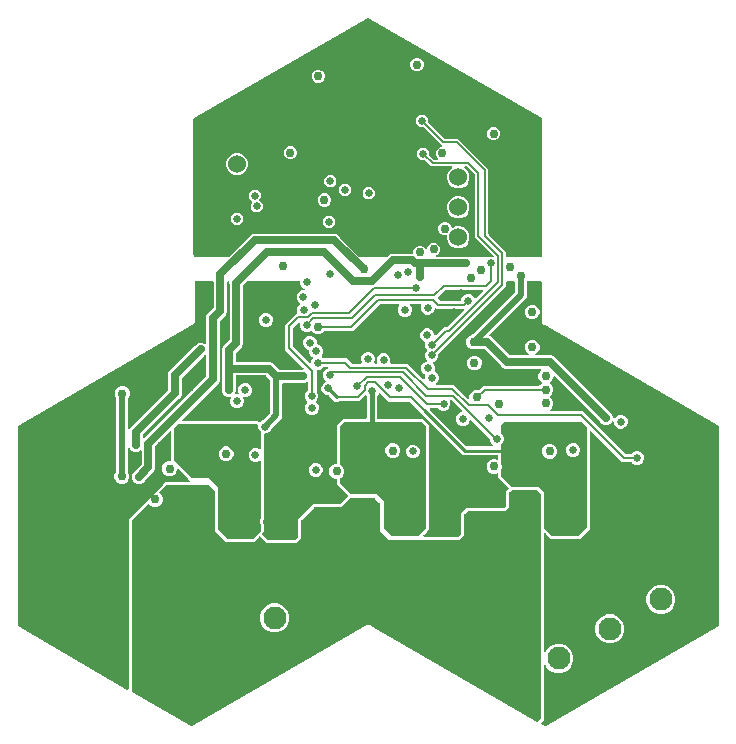
<source format=gbr>
G04 EAGLE Gerber RS-274X export*
G75*
%MOMM*%
%FSLAX34Y34*%
%LPD*%
%INCopper Layer 2*%
%IPPOS*%
%AMOC8*
5,1,8,0,0,1.08239X$1,22.5*%
G01*
%ADD10C,1.524000*%
%ADD11C,1.950000*%
%ADD12C,0.756400*%
%ADD13C,0.660400*%
%ADD14C,0.508000*%
%ADD15C,0.635000*%
%ADD16C,0.381000*%
%ADD17C,0.254000*%
%ADD18C,0.177800*%
%ADD19C,0.203200*%

G36*
X-149942Y-83044D02*
X-149942Y-83044D01*
X-149886Y-83046D01*
X-149821Y-83027D01*
X-149754Y-83018D01*
X-149682Y-82986D01*
X-149650Y-82977D01*
X-149633Y-82965D01*
X-149601Y-82950D01*
X-2384Y2043D01*
X-2294Y2116D01*
X-2205Y2186D01*
X-2199Y2194D01*
X-2193Y2199D01*
X-2182Y2218D01*
X-2105Y2321D01*
X-1985Y2530D01*
X-1252Y2726D01*
X-1237Y2733D01*
X-1222Y2735D01*
X-1068Y2802D01*
X-411Y3182D01*
X-178Y3120D01*
X-64Y3108D01*
X50Y3094D01*
X60Y3096D01*
X66Y3095D01*
X88Y3100D01*
X216Y3120D01*
X448Y3182D01*
X1106Y2802D01*
X1120Y2797D01*
X1133Y2787D01*
X1289Y2726D01*
X2022Y2530D01*
X2143Y2321D01*
X2216Y2232D01*
X2286Y2142D01*
X2294Y2136D01*
X2298Y2131D01*
X2318Y2119D01*
X2421Y2043D01*
X142938Y-79082D01*
X142979Y-79098D01*
X143016Y-79122D01*
X143094Y-79141D01*
X143168Y-79169D01*
X143212Y-79171D01*
X143255Y-79182D01*
X143334Y-79175D01*
X143414Y-79178D01*
X143456Y-79166D01*
X143500Y-79163D01*
X143573Y-79131D01*
X143650Y-79109D01*
X143686Y-79083D01*
X143726Y-79066D01*
X143840Y-78975D01*
X143851Y-78967D01*
X143853Y-78965D01*
X143857Y-78961D01*
X146080Y-76738D01*
X146122Y-76680D01*
X146170Y-76629D01*
X146179Y-76612D01*
X146193Y-76595D01*
X146205Y-76565D01*
X146224Y-76539D01*
X146246Y-76466D01*
X146274Y-76406D01*
X146276Y-76389D01*
X146285Y-76367D01*
X146289Y-76326D01*
X146296Y-76303D01*
X146295Y-76271D01*
X146303Y-76200D01*
X146303Y112776D01*
X146289Y112866D01*
X146281Y112957D01*
X146269Y112987D01*
X146264Y113019D01*
X146221Y113099D01*
X146185Y113183D01*
X146159Y113216D01*
X146148Y113236D01*
X146125Y113258D01*
X146080Y113314D01*
X143032Y116362D01*
X142958Y116415D01*
X142889Y116475D01*
X142859Y116487D01*
X142833Y116506D01*
X142745Y116533D01*
X142661Y116567D01*
X142620Y116571D01*
X142597Y116578D01*
X142565Y116577D01*
X142494Y116585D01*
X121412Y116585D01*
X121322Y116571D01*
X121231Y116563D01*
X121201Y116551D01*
X121169Y116546D01*
X121089Y116503D01*
X121005Y116467D01*
X120973Y116441D01*
X120952Y116430D01*
X120930Y116407D01*
X120874Y116362D01*
X119604Y115092D01*
X119551Y115018D01*
X119491Y114949D01*
X119479Y114919D01*
X119460Y114893D01*
X119433Y114806D01*
X119399Y114721D01*
X119395Y114680D01*
X119388Y114657D01*
X119389Y114625D01*
X119381Y114554D01*
X119381Y102169D01*
X116017Y98805D01*
X84074Y98805D01*
X83984Y98791D01*
X83893Y98783D01*
X83863Y98771D01*
X83831Y98766D01*
X83751Y98723D01*
X83667Y98687D01*
X83635Y98661D01*
X83614Y98650D01*
X83592Y98627D01*
X83536Y98582D01*
X81504Y96550D01*
X81451Y96476D01*
X81391Y96407D01*
X81379Y96377D01*
X81360Y96351D01*
X81333Y96264D01*
X81299Y96179D01*
X81295Y96138D01*
X81288Y96115D01*
X81289Y96083D01*
X81281Y96012D01*
X81281Y78547D01*
X77663Y74929D01*
X17333Y74929D01*
X9651Y82611D01*
X9651Y105664D01*
X9637Y105754D01*
X9629Y105845D01*
X9617Y105875D01*
X9612Y105907D01*
X9569Y105987D01*
X9533Y106071D01*
X9507Y106103D01*
X9496Y106124D01*
X9473Y106146D01*
X9428Y106202D01*
X5872Y109758D01*
X5798Y109811D01*
X5729Y109871D01*
X5699Y109883D01*
X5673Y109902D01*
X5586Y109929D01*
X5501Y109963D01*
X5460Y109967D01*
X5437Y109974D01*
X5405Y109973D01*
X5334Y109981D01*
X-15240Y109981D01*
X-15330Y109967D01*
X-15421Y109959D01*
X-15451Y109947D01*
X-15483Y109942D01*
X-15563Y109899D01*
X-15647Y109863D01*
X-15679Y109837D01*
X-15700Y109826D01*
X-15722Y109803D01*
X-15778Y109758D01*
X-23175Y102361D01*
X-45720Y102361D01*
X-45810Y102347D01*
X-45901Y102339D01*
X-45931Y102327D01*
X-45963Y102322D01*
X-46043Y102279D01*
X-46127Y102243D01*
X-46159Y102217D01*
X-46180Y102206D01*
X-46202Y102183D01*
X-46258Y102138D01*
X-56418Y91978D01*
X-56471Y91904D01*
X-56531Y91835D01*
X-56543Y91805D01*
X-56562Y91779D01*
X-56589Y91692D01*
X-56623Y91607D01*
X-56627Y91566D01*
X-56634Y91543D01*
X-56633Y91511D01*
X-56641Y91440D01*
X-56641Y76515D01*
X-61275Y71881D01*
X-86045Y71881D01*
X-91584Y77421D01*
X-91600Y77432D01*
X-91613Y77448D01*
X-91700Y77504D01*
X-91784Y77564D01*
X-91803Y77570D01*
X-91820Y77581D01*
X-91920Y77606D01*
X-92019Y77637D01*
X-92039Y77636D01*
X-92058Y77641D01*
X-92161Y77633D01*
X-92265Y77630D01*
X-92284Y77623D01*
X-92303Y77622D01*
X-92398Y77581D01*
X-92496Y77546D01*
X-92511Y77533D01*
X-92530Y77525D01*
X-92661Y77421D01*
X-96930Y73151D01*
X-120748Y73151D01*
X-129541Y81944D01*
X-129541Y115062D01*
X-129555Y115152D01*
X-129563Y115243D01*
X-129575Y115273D01*
X-129580Y115305D01*
X-129623Y115385D01*
X-129659Y115469D01*
X-129685Y115501D01*
X-129696Y115522D01*
X-129719Y115544D01*
X-129764Y115600D01*
X-135098Y120934D01*
X-135172Y120987D01*
X-135241Y121047D01*
X-135271Y121059D01*
X-135297Y121078D01*
X-135384Y121105D01*
X-135469Y121139D01*
X-135510Y121143D01*
X-135533Y121150D01*
X-135565Y121149D01*
X-135636Y121157D01*
X-170434Y121157D01*
X-170524Y121143D01*
X-170615Y121135D01*
X-170645Y121123D01*
X-170677Y121118D01*
X-170757Y121075D01*
X-170841Y121039D01*
X-170873Y121013D01*
X-170894Y121002D01*
X-170916Y120979D01*
X-170972Y120934D01*
X-176631Y115275D01*
X-176643Y115259D01*
X-176658Y115247D01*
X-176714Y115159D01*
X-176775Y115076D01*
X-176781Y115057D01*
X-176791Y115040D01*
X-176817Y114939D01*
X-176847Y114841D01*
X-176847Y114821D01*
X-176851Y114801D01*
X-176843Y114698D01*
X-176841Y114595D01*
X-176834Y114576D01*
X-176832Y114556D01*
X-176792Y114461D01*
X-176756Y114364D01*
X-176744Y114348D01*
X-176736Y114330D01*
X-176631Y114199D01*
X-174980Y112548D01*
X-174017Y110224D01*
X-174017Y107708D01*
X-174980Y105384D01*
X-176758Y103606D01*
X-179082Y102643D01*
X-181598Y102643D01*
X-183922Y103606D01*
X-185573Y105257D01*
X-185589Y105269D01*
X-185601Y105284D01*
X-185689Y105340D01*
X-185773Y105401D01*
X-185792Y105407D01*
X-185808Y105417D01*
X-185909Y105443D01*
X-186008Y105473D01*
X-186028Y105473D01*
X-186047Y105477D01*
X-186150Y105469D01*
X-186254Y105467D01*
X-186272Y105460D01*
X-186292Y105458D01*
X-186387Y105418D01*
X-186485Y105382D01*
X-186500Y105370D01*
X-186518Y105362D01*
X-186649Y105257D01*
X-200182Y91724D01*
X-200235Y91650D01*
X-200295Y91581D01*
X-200307Y91551D01*
X-200326Y91525D01*
X-200353Y91438D01*
X-200387Y91353D01*
X-200391Y91312D01*
X-200398Y91289D01*
X-200397Y91257D01*
X-200405Y91186D01*
X-200405Y-53619D01*
X-200394Y-53686D01*
X-200393Y-53753D01*
X-200375Y-53807D01*
X-200366Y-53862D01*
X-200334Y-53922D01*
X-200311Y-53985D01*
X-200277Y-54030D01*
X-200250Y-54079D01*
X-200201Y-54126D01*
X-200160Y-54179D01*
X-200096Y-54226D01*
X-200072Y-54249D01*
X-200053Y-54257D01*
X-200025Y-54278D01*
X-150362Y-82950D01*
X-150299Y-82974D01*
X-150240Y-83007D01*
X-150184Y-83018D01*
X-150132Y-83037D01*
X-150064Y-83040D01*
X-149998Y-83052D01*
X-149942Y-83044D01*
G37*
G36*
X146394Y313957D02*
X146394Y313957D01*
X146446Y313958D01*
X146514Y313983D01*
X146584Y313998D01*
X146628Y314025D01*
X146677Y314043D01*
X146733Y314088D01*
X146795Y314124D01*
X146829Y314164D01*
X146869Y314196D01*
X146908Y314257D01*
X146955Y314311D01*
X146974Y314359D01*
X147002Y314403D01*
X147020Y314473D01*
X147047Y314539D01*
X147055Y314611D01*
X147063Y314642D01*
X147061Y314665D01*
X147065Y314706D01*
X147065Y431038D01*
X147054Y431104D01*
X147054Y431170D01*
X147035Y431224D01*
X147026Y431281D01*
X146994Y431340D01*
X146972Y431403D01*
X146937Y431448D01*
X146910Y431498D01*
X146862Y431544D01*
X146821Y431597D01*
X146756Y431645D01*
X146732Y431668D01*
X146714Y431676D01*
X146686Y431696D01*
X128Y516786D01*
X64Y516811D01*
X4Y516844D01*
X-50Y516854D01*
X-102Y516874D01*
X-170Y516877D01*
X-238Y516889D01*
X-293Y516881D01*
X-347Y516884D01*
X-414Y516864D01*
X-482Y516854D01*
X-552Y516824D01*
X-583Y516814D01*
X-601Y516802D01*
X-635Y516787D01*
X-147701Y431697D01*
X-147753Y431654D01*
X-147811Y431620D01*
X-147848Y431577D01*
X-147891Y431541D01*
X-147927Y431484D01*
X-147971Y431433D01*
X-147992Y431380D01*
X-148022Y431333D01*
X-148038Y431267D01*
X-148063Y431205D01*
X-148072Y431125D01*
X-148079Y431093D01*
X-148077Y431073D01*
X-148081Y431038D01*
X-148081Y315976D01*
X-148067Y315886D01*
X-148059Y315795D01*
X-148047Y315765D01*
X-148042Y315733D01*
X-147999Y315653D01*
X-147963Y315569D01*
X-147937Y315537D01*
X-147926Y315516D01*
X-147903Y315494D01*
X-147858Y315438D01*
X-146842Y314422D01*
X-146768Y314369D01*
X-146699Y314309D01*
X-146669Y314297D01*
X-146643Y314278D01*
X-146556Y314251D01*
X-146471Y314217D01*
X-146430Y314213D01*
X-146407Y314206D01*
X-146375Y314207D01*
X-146304Y314199D01*
X-118064Y314199D01*
X-117974Y314214D01*
X-117883Y314221D01*
X-117853Y314233D01*
X-117821Y314239D01*
X-117741Y314281D01*
X-117657Y314317D01*
X-117625Y314343D01*
X-117604Y314354D01*
X-117582Y314377D01*
X-117526Y314422D01*
X-98318Y333630D01*
X-26664Y333630D01*
X-23539Y330505D01*
X-7456Y314422D01*
X-7382Y314369D01*
X-7313Y314309D01*
X-7283Y314297D01*
X-7256Y314278D01*
X-7169Y314251D01*
X-7085Y314217D01*
X-7044Y314213D01*
X-7021Y314206D01*
X-6989Y314207D01*
X-6918Y314199D01*
X15794Y314199D01*
X15884Y314214D01*
X15975Y314221D01*
X16005Y314233D01*
X16037Y314239D01*
X16117Y314281D01*
X16201Y314317D01*
X16233Y314343D01*
X16254Y314354D01*
X16276Y314377D01*
X16332Y314422D01*
X18522Y316612D01*
X37366Y316612D01*
X37386Y316615D01*
X37405Y316613D01*
X37507Y316635D01*
X37609Y316651D01*
X37626Y316661D01*
X37646Y316665D01*
X37735Y316718D01*
X37826Y316767D01*
X37840Y316781D01*
X37857Y316791D01*
X37924Y316870D01*
X37996Y316945D01*
X38004Y316963D01*
X38017Y316978D01*
X38056Y317074D01*
X38099Y317168D01*
X38101Y317188D01*
X38109Y317206D01*
X38127Y317373D01*
X38127Y319241D01*
X38974Y321285D01*
X40538Y322849D01*
X42582Y323696D01*
X44794Y323696D01*
X46838Y322849D01*
X48385Y321302D01*
X48443Y321260D01*
X48495Y321211D01*
X48542Y321189D01*
X48584Y321159D01*
X48653Y321138D01*
X48718Y321107D01*
X48770Y321102D01*
X48820Y321086D01*
X48891Y321088D01*
X48962Y321080D01*
X49013Y321091D01*
X49065Y321093D01*
X49133Y321117D01*
X49203Y321133D01*
X49248Y321159D01*
X49296Y321177D01*
X49352Y321222D01*
X49414Y321259D01*
X49448Y321298D01*
X49488Y321331D01*
X49527Y321391D01*
X49574Y321446D01*
X49593Y321494D01*
X49621Y321538D01*
X49639Y321607D01*
X49666Y321674D01*
X49674Y321745D01*
X49680Y321772D01*
X50531Y323825D01*
X52095Y325389D01*
X54139Y326236D01*
X56351Y326236D01*
X58395Y325389D01*
X59959Y323825D01*
X60806Y321781D01*
X60806Y319569D01*
X59959Y317525D01*
X58395Y315961D01*
X57677Y315663D01*
X57594Y315612D01*
X57508Y315566D01*
X57490Y315548D01*
X57468Y315534D01*
X57405Y315459D01*
X57338Y315388D01*
X57327Y315364D01*
X57311Y315344D01*
X57276Y315253D01*
X57235Y315165D01*
X57232Y315139D01*
X57222Y315115D01*
X57218Y315017D01*
X57208Y314921D01*
X57213Y314895D01*
X57212Y314869D01*
X57239Y314775D01*
X57260Y314680D01*
X57273Y314658D01*
X57281Y314633D01*
X57336Y314553D01*
X57386Y314469D01*
X57406Y314452D01*
X57421Y314431D01*
X57499Y314372D01*
X57573Y314309D01*
X57597Y314299D01*
X57618Y314284D01*
X57711Y314254D01*
X57801Y314217D01*
X57834Y314214D01*
X57852Y314208D01*
X57885Y314208D01*
X57968Y314199D01*
X105387Y314199D01*
X105457Y314210D01*
X105529Y314212D01*
X105578Y314230D01*
X105629Y314239D01*
X105693Y314272D01*
X105760Y314297D01*
X105801Y314329D01*
X105847Y314354D01*
X105896Y314406D01*
X105952Y314450D01*
X105980Y314494D01*
X106016Y314532D01*
X106046Y314597D01*
X106085Y314657D01*
X106098Y314708D01*
X106120Y314755D01*
X106128Y314826D01*
X106145Y314896D01*
X106141Y314948D01*
X106147Y314999D01*
X106132Y315070D01*
X106126Y315141D01*
X106106Y315189D01*
X106095Y315240D01*
X106058Y315301D01*
X106030Y315367D01*
X105985Y315423D01*
X105968Y315451D01*
X105951Y315466D01*
X105925Y315498D01*
X90550Y330873D01*
X90550Y383898D01*
X90536Y383988D01*
X90528Y384079D01*
X90516Y384108D01*
X90511Y384140D01*
X90468Y384221D01*
X90432Y384305D01*
X90406Y384337D01*
X90395Y384358D01*
X90372Y384380D01*
X90327Y384436D01*
X83954Y390809D01*
X83880Y390862D01*
X83811Y390922D01*
X83780Y390934D01*
X83754Y390953D01*
X83667Y390980D01*
X83582Y391014D01*
X83541Y391018D01*
X83519Y391025D01*
X83487Y391024D01*
X83416Y391032D01*
X82091Y391032D01*
X82020Y391021D01*
X81949Y391019D01*
X81900Y391001D01*
X81848Y390993D01*
X81785Y390959D01*
X81718Y390934D01*
X81677Y390902D01*
X81631Y390877D01*
X81582Y390825D01*
X81526Y390781D01*
X81497Y390737D01*
X81462Y390699D01*
X81431Y390634D01*
X81393Y390574D01*
X81380Y390523D01*
X81358Y390476D01*
X81350Y390405D01*
X81333Y390335D01*
X81337Y390283D01*
X81331Y390232D01*
X81346Y390161D01*
X81352Y390090D01*
X81372Y390042D01*
X81383Y389991D01*
X81420Y389930D01*
X81448Y389864D01*
X81493Y389808D01*
X81509Y389780D01*
X81527Y389765D01*
X81553Y389733D01*
X84168Y387118D01*
X85599Y383663D01*
X85599Y379924D01*
X84168Y376470D01*
X81524Y373826D01*
X78070Y372395D01*
X74330Y372395D01*
X70876Y373826D01*
X68232Y376470D01*
X66801Y379924D01*
X66801Y383663D01*
X68232Y387118D01*
X70847Y389733D01*
X70889Y389791D01*
X70938Y389843D01*
X70960Y389890D01*
X70991Y389932D01*
X71012Y390001D01*
X71042Y390066D01*
X71048Y390118D01*
X71063Y390168D01*
X71061Y390239D01*
X71069Y390310D01*
X71058Y390361D01*
X71057Y390413D01*
X71032Y390481D01*
X71017Y390551D01*
X70990Y390596D01*
X70972Y390644D01*
X70927Y390700D01*
X70891Y390762D01*
X70851Y390796D01*
X70819Y390836D01*
X70758Y390875D01*
X70704Y390922D01*
X70655Y390941D01*
X70612Y390969D01*
X70542Y390987D01*
X70476Y391014D01*
X70404Y391022D01*
X70373Y391030D01*
X70350Y391028D01*
X70309Y391032D01*
X53527Y391032D01*
X48013Y396546D01*
X47939Y396599D01*
X47870Y396659D01*
X47839Y396671D01*
X47813Y396690D01*
X47726Y396717D01*
X47641Y396751D01*
X47600Y396755D01*
X47578Y396762D01*
X47546Y396761D01*
X47475Y396769D01*
X44377Y396769D01*
X41401Y399745D01*
X41401Y403955D01*
X44377Y406931D01*
X48587Y406931D01*
X51563Y403955D01*
X51563Y400857D01*
X51578Y400767D01*
X51585Y400676D01*
X51597Y400647D01*
X51602Y400615D01*
X51645Y400534D01*
X51681Y400450D01*
X51707Y400418D01*
X51718Y400397D01*
X51741Y400375D01*
X51786Y400319D01*
X55514Y396591D01*
X55588Y396538D01*
X55657Y396478D01*
X55688Y396466D01*
X55714Y396447D01*
X55801Y396420D01*
X55886Y396386D01*
X55927Y396382D01*
X55949Y396375D01*
X55981Y396376D01*
X56052Y396368D01*
X58617Y396368D01*
X58687Y396379D01*
X58759Y396381D01*
X58808Y396399D01*
X58859Y396407D01*
X58923Y396441D01*
X58990Y396466D01*
X59031Y396498D01*
X59077Y396523D01*
X59126Y396575D01*
X59182Y396619D01*
X59210Y396663D01*
X59246Y396701D01*
X59276Y396766D01*
X59315Y396826D01*
X59328Y396877D01*
X59350Y396924D01*
X59358Y396995D01*
X59375Y397065D01*
X59371Y397117D01*
X59377Y397168D01*
X59362Y397239D01*
X59356Y397310D01*
X59336Y397358D01*
X59325Y397409D01*
X59288Y397470D01*
X59260Y397536D01*
X59215Y397592D01*
X59198Y397620D01*
X59181Y397635D01*
X59155Y397667D01*
X57960Y398862D01*
X57114Y400906D01*
X57114Y403118D01*
X57960Y405162D01*
X59525Y406726D01*
X61568Y407572D01*
X62051Y407572D01*
X62122Y407584D01*
X62193Y407586D01*
X62242Y407604D01*
X62294Y407612D01*
X62357Y407646D01*
X62424Y407670D01*
X62465Y407703D01*
X62511Y407727D01*
X62560Y407779D01*
X62616Y407824D01*
X62645Y407868D01*
X62680Y407906D01*
X62711Y407971D01*
X62749Y408031D01*
X62762Y408082D01*
X62784Y408129D01*
X62792Y408200D01*
X62810Y408270D01*
X62805Y408321D01*
X62811Y408373D01*
X62796Y408443D01*
X62790Y408515D01*
X62770Y408563D01*
X62759Y408614D01*
X62722Y408675D01*
X62694Y408741D01*
X62649Y408797D01*
X62633Y408825D01*
X62628Y408829D01*
X62627Y408831D01*
X62613Y408843D01*
X62589Y408872D01*
X60609Y410852D01*
X47251Y424210D01*
X47177Y424263D01*
X47108Y424323D01*
X47077Y424335D01*
X47051Y424354D01*
X46964Y424381D01*
X46879Y424415D01*
X46838Y424419D01*
X46816Y424426D01*
X46784Y424425D01*
X46713Y424433D01*
X43615Y424433D01*
X40639Y427409D01*
X40639Y431619D01*
X43615Y434595D01*
X47825Y434595D01*
X50801Y431619D01*
X50801Y428521D01*
X50815Y428431D01*
X50823Y428340D01*
X50835Y428311D01*
X50840Y428279D01*
X50883Y428198D01*
X50919Y428114D01*
X50945Y428082D01*
X50956Y428061D01*
X50979Y428039D01*
X51024Y427983D01*
X64382Y414625D01*
X64456Y414572D01*
X64525Y414512D01*
X64556Y414500D01*
X64582Y414481D01*
X64669Y414454D01*
X64754Y414420D01*
X64795Y414416D01*
X64817Y414409D01*
X64849Y414410D01*
X64920Y414402D01*
X76035Y414402D01*
X101728Y388709D01*
X101728Y333652D01*
X101742Y333562D01*
X101750Y333471D01*
X101762Y333442D01*
X101767Y333410D01*
X101810Y333329D01*
X101846Y333245D01*
X101872Y333213D01*
X101883Y333192D01*
X101906Y333170D01*
X101951Y333114D01*
X116206Y318859D01*
X116206Y314960D01*
X116209Y314940D01*
X116207Y314921D01*
X116229Y314819D01*
X116245Y314717D01*
X116255Y314700D01*
X116259Y314680D01*
X116312Y314591D01*
X116361Y314500D01*
X116375Y314486D01*
X116385Y314469D01*
X116464Y314402D01*
X116539Y314331D01*
X116557Y314322D01*
X116572Y314309D01*
X116668Y314270D01*
X116762Y314227D01*
X116782Y314225D01*
X116800Y314217D01*
X116967Y314199D01*
X145735Y314199D01*
X145766Y314168D01*
X145824Y314126D01*
X145876Y314077D01*
X145923Y314055D01*
X145965Y314024D01*
X146034Y314003D01*
X146099Y313973D01*
X146151Y313967D01*
X146201Y313952D01*
X146272Y313954D01*
X146343Y313946D01*
X146394Y313957D01*
G37*
G36*
X150058Y-83044D02*
X150058Y-83044D01*
X150114Y-83046D01*
X150179Y-83027D01*
X150246Y-83018D01*
X150318Y-82986D01*
X150350Y-82977D01*
X150367Y-82965D01*
X150399Y-82950D01*
X296597Y1455D01*
X296650Y1497D01*
X296708Y1532D01*
X296744Y1575D01*
X296788Y1610D01*
X296824Y1668D01*
X296868Y1719D01*
X296889Y1771D01*
X296918Y1819D01*
X296934Y1884D01*
X296960Y1947D01*
X296968Y2026D01*
X296976Y2058D01*
X296974Y2079D01*
X296978Y2114D01*
X296978Y170924D01*
X296967Y170990D01*
X296966Y171058D01*
X296947Y171111D01*
X296938Y171166D01*
X296907Y171226D01*
X296884Y171290D01*
X296849Y171334D01*
X296823Y171384D01*
X296774Y171430D01*
X296733Y171484D01*
X296669Y171530D01*
X296645Y171553D01*
X296626Y171562D01*
X296597Y171583D01*
X149381Y256576D01*
X149273Y256617D01*
X149167Y256660D01*
X149157Y256661D01*
X149151Y256663D01*
X149128Y256664D01*
X149000Y256678D01*
X148759Y256678D01*
X148223Y257215D01*
X148210Y257224D01*
X148200Y257236D01*
X148065Y257336D01*
X147408Y257715D01*
X147345Y257948D01*
X147298Y258053D01*
X147253Y258158D01*
X147247Y258166D01*
X147244Y258172D01*
X147229Y258188D01*
X147148Y258289D01*
X146978Y258459D01*
X146978Y259218D01*
X146975Y259234D01*
X146977Y259249D01*
X146952Y259415D01*
X146756Y260148D01*
X146876Y260357D01*
X146916Y260464D01*
X146960Y260571D01*
X146961Y260581D01*
X146963Y260587D01*
X146964Y260609D01*
X146978Y260737D01*
X146978Y292862D01*
X146975Y292882D01*
X146977Y292901D01*
X146955Y293003D01*
X146938Y293105D01*
X146929Y293122D01*
X146925Y293142D01*
X146872Y293231D01*
X146823Y293322D01*
X146809Y293336D01*
X146799Y293353D01*
X146720Y293420D01*
X146645Y293492D01*
X146627Y293500D01*
X146612Y293513D01*
X146515Y293552D01*
X146422Y293595D01*
X146402Y293597D01*
X146383Y293605D01*
X146217Y293623D01*
X134874Y293623D01*
X134854Y293620D01*
X134835Y293622D01*
X134733Y293600D01*
X134631Y293584D01*
X134614Y293574D01*
X134594Y293570D01*
X134505Y293517D01*
X134414Y293468D01*
X134400Y293454D01*
X134383Y293444D01*
X134316Y293365D01*
X134244Y293290D01*
X134236Y293272D01*
X134223Y293257D01*
X134184Y293161D01*
X134141Y293067D01*
X134139Y293047D01*
X134131Y293029D01*
X134113Y292862D01*
X134113Y280089D01*
X102763Y248739D01*
X102736Y248702D01*
X102702Y248671D01*
X102665Y248603D01*
X102619Y248540D01*
X102606Y248496D01*
X102584Y248456D01*
X102570Y248379D01*
X102547Y248305D01*
X102548Y248259D01*
X102540Y248214D01*
X102551Y248137D01*
X102553Y248059D01*
X102569Y248016D01*
X102576Y247970D01*
X102611Y247901D01*
X102638Y247828D01*
X102666Y247792D01*
X102687Y247751D01*
X102743Y247696D01*
X102791Y247636D01*
X102830Y247611D01*
X102863Y247579D01*
X102983Y247513D01*
X102998Y247503D01*
X103003Y247502D01*
X103010Y247498D01*
X103822Y247162D01*
X105537Y245447D01*
X119747Y231237D01*
X119820Y231184D01*
X119890Y231124D01*
X119920Y231112D01*
X119946Y231093D01*
X120033Y231066D01*
X120118Y231032D01*
X120159Y231028D01*
X120181Y231021D01*
X120214Y231022D01*
X120285Y231014D01*
X135196Y231014D01*
X135292Y231029D01*
X135389Y231039D01*
X135413Y231049D01*
X135439Y231053D01*
X135525Y231099D01*
X135614Y231139D01*
X135633Y231156D01*
X135657Y231169D01*
X135723Y231239D01*
X135795Y231305D01*
X135808Y231328D01*
X135826Y231347D01*
X135867Y231435D01*
X135914Y231521D01*
X135919Y231546D01*
X135930Y231570D01*
X135940Y231666D01*
X135958Y231763D01*
X135954Y231789D01*
X135957Y231814D01*
X135936Y231909D01*
X135922Y232006D01*
X135910Y232029D01*
X135904Y232055D01*
X135854Y232138D01*
X135810Y232225D01*
X135792Y232244D01*
X135778Y232266D01*
X135704Y232329D01*
X135635Y232397D01*
X135606Y232413D01*
X135591Y232426D01*
X135560Y232438D01*
X135488Y232478D01*
X135102Y232638D01*
X133324Y234416D01*
X132361Y236740D01*
X132361Y239256D01*
X133324Y241580D01*
X135102Y243358D01*
X137426Y244321D01*
X139942Y244321D01*
X142266Y243358D01*
X144044Y241580D01*
X145007Y239256D01*
X145007Y236740D01*
X144044Y234416D01*
X142266Y232638D01*
X141880Y232478D01*
X141797Y232427D01*
X141711Y232381D01*
X141694Y232362D01*
X141671Y232349D01*
X141609Y232274D01*
X141542Y232203D01*
X141531Y232179D01*
X141514Y232159D01*
X141480Y232068D01*
X141438Y231980D01*
X141436Y231954D01*
X141426Y231930D01*
X141422Y231832D01*
X141411Y231736D01*
X141417Y231710D01*
X141416Y231684D01*
X141443Y231590D01*
X141464Y231495D01*
X141477Y231473D01*
X141484Y231448D01*
X141540Y231368D01*
X141590Y231284D01*
X141610Y231267D01*
X141625Y231246D01*
X141703Y231188D01*
X141777Y231124D01*
X141801Y231114D01*
X141822Y231099D01*
X141914Y231069D01*
X142005Y231032D01*
X142037Y231029D01*
X142056Y231023D01*
X142089Y231023D01*
X142172Y231014D01*
X155061Y231014D01*
X157162Y230144D01*
X204318Y182987D01*
X204371Y182949D01*
X204418Y182903D01*
X204491Y182863D01*
X204518Y182844D01*
X204536Y182838D01*
X204565Y182822D01*
X204732Y182753D01*
X206375Y181110D01*
X207265Y178962D01*
X207265Y178339D01*
X207280Y178243D01*
X207290Y178146D01*
X207300Y178122D01*
X207304Y178096D01*
X207350Y178010D01*
X207390Y177921D01*
X207407Y177902D01*
X207420Y177879D01*
X207490Y177811D01*
X207556Y177740D01*
X207579Y177727D01*
X207598Y177709D01*
X207686Y177668D01*
X207772Y177621D01*
X207797Y177617D01*
X207821Y177606D01*
X207918Y177595D01*
X208014Y177578D01*
X208040Y177581D01*
X208065Y177578D01*
X208161Y177599D01*
X208257Y177613D01*
X208280Y177625D01*
X208306Y177631D01*
X208389Y177681D01*
X208476Y177725D01*
X208495Y177744D01*
X208517Y177757D01*
X208580Y177831D01*
X208648Y177900D01*
X208664Y177929D01*
X208677Y177944D01*
X208689Y177975D01*
X208729Y178047D01*
X208788Y178189D01*
X210431Y179832D01*
X212579Y180722D01*
X214903Y180722D01*
X217051Y179832D01*
X218694Y178189D01*
X219584Y176041D01*
X219584Y173717D01*
X218694Y171569D01*
X217051Y169926D01*
X214903Y169036D01*
X212579Y169036D01*
X210431Y169926D01*
X208788Y171569D01*
X207898Y173717D01*
X207898Y174340D01*
X207883Y174436D01*
X207873Y174533D01*
X207863Y174557D01*
X207859Y174583D01*
X207813Y174669D01*
X207773Y174758D01*
X207756Y174777D01*
X207743Y174800D01*
X207673Y174868D01*
X207607Y174939D01*
X207584Y174952D01*
X207565Y174970D01*
X207477Y175011D01*
X207391Y175058D01*
X207366Y175062D01*
X207342Y175073D01*
X207245Y175084D01*
X207149Y175101D01*
X207123Y175098D01*
X207098Y175101D01*
X207002Y175080D01*
X206906Y175066D01*
X206883Y175054D01*
X206857Y175048D01*
X206774Y174998D01*
X206687Y174954D01*
X206668Y174935D01*
X206646Y174922D01*
X206583Y174848D01*
X206515Y174779D01*
X206499Y174750D01*
X206486Y174735D01*
X206474Y174704D01*
X206434Y174632D01*
X206375Y174490D01*
X204732Y172847D01*
X202584Y171957D01*
X200260Y171957D01*
X198112Y172847D01*
X196469Y174490D01*
X196400Y174657D01*
X196365Y174713D01*
X196340Y174773D01*
X196288Y174838D01*
X196270Y174866D01*
X196255Y174879D01*
X196235Y174904D01*
X157990Y213148D01*
X157932Y213190D01*
X157880Y213240D01*
X157833Y213262D01*
X157791Y213292D01*
X157722Y213313D01*
X157657Y213343D01*
X157605Y213349D01*
X157555Y213364D01*
X157484Y213363D01*
X157413Y213370D01*
X157362Y213359D01*
X157310Y213358D01*
X157242Y213333D01*
X157172Y213318D01*
X157128Y213291D01*
X157079Y213274D01*
X157023Y213229D01*
X156961Y213192D01*
X156927Y213152D01*
X156887Y213120D01*
X156848Y213060D01*
X156801Y213005D01*
X156782Y212957D01*
X156754Y212913D01*
X156736Y212843D01*
X156709Y212777D01*
X156701Y212706D01*
X156693Y212674D01*
X156695Y212651D01*
X156691Y212610D01*
X156691Y212102D01*
X155728Y209778D01*
X154133Y208183D01*
X154121Y208167D01*
X154106Y208155D01*
X154050Y208067D01*
X153989Y207984D01*
X153984Y207965D01*
X153973Y207948D01*
X153948Y207847D01*
X153917Y207748D01*
X153918Y207729D01*
X153913Y207709D01*
X153921Y207606D01*
X153923Y207503D01*
X153930Y207484D01*
X153932Y207464D01*
X153972Y207369D01*
X154008Y207272D01*
X154020Y207256D01*
X154028Y207238D01*
X154133Y207107D01*
X155728Y205512D01*
X156691Y203188D01*
X156691Y200672D01*
X155728Y198348D01*
X154006Y196626D01*
X153994Y196610D01*
X153979Y196598D01*
X153923Y196510D01*
X153862Y196427D01*
X153857Y196408D01*
X153846Y196391D01*
X153820Y196290D01*
X153790Y196191D01*
X153791Y196172D01*
X153786Y196152D01*
X153794Y196049D01*
X153796Y195946D01*
X153803Y195927D01*
X153805Y195907D01*
X153845Y195812D01*
X153881Y195715D01*
X153893Y195699D01*
X153901Y195681D01*
X154006Y195550D01*
X155728Y193828D01*
X156691Y191504D01*
X156691Y188988D01*
X155728Y186664D01*
X154006Y184942D01*
X153964Y184884D01*
X153915Y184832D01*
X153893Y184785D01*
X153862Y184743D01*
X153841Y184674D01*
X153811Y184609D01*
X153805Y184557D01*
X153790Y184507D01*
X153792Y184436D01*
X153784Y184365D01*
X153795Y184314D01*
X153796Y184262D01*
X153821Y184194D01*
X153836Y184124D01*
X153863Y184079D01*
X153881Y184031D01*
X153926Y183975D01*
X153962Y183913D01*
X154002Y183879D01*
X154035Y183839D01*
X154095Y183800D01*
X154149Y183753D01*
X154198Y183734D01*
X154241Y183706D01*
X154311Y183688D01*
X154378Y183661D01*
X154449Y183653D01*
X154480Y183645D01*
X154503Y183647D01*
X154544Y183643D01*
X181559Y183643D01*
X217404Y147798D01*
X217478Y147745D01*
X217548Y147685D01*
X217578Y147673D01*
X217604Y147654D01*
X217691Y147627D01*
X217776Y147593D01*
X217817Y147589D01*
X217839Y147582D01*
X217871Y147583D01*
X217943Y147575D01*
X222309Y147575D01*
X222399Y147589D01*
X222490Y147597D01*
X222519Y147609D01*
X222551Y147614D01*
X222632Y147657D01*
X222716Y147693D01*
X222748Y147719D01*
X222769Y147730D01*
X222791Y147753D01*
X222847Y147798D01*
X224274Y149225D01*
X226422Y150115D01*
X228746Y150115D01*
X230894Y149225D01*
X232537Y147582D01*
X233427Y145434D01*
X233427Y143110D01*
X232537Y140962D01*
X230894Y139319D01*
X228746Y138429D01*
X226422Y138429D01*
X224274Y139319D01*
X223355Y140238D01*
X223281Y140291D01*
X223211Y140351D01*
X223181Y140363D01*
X223155Y140382D01*
X223068Y140409D01*
X222983Y140443D01*
X222942Y140447D01*
X222920Y140454D01*
X222888Y140453D01*
X222817Y140461D01*
X214681Y140461D01*
X188752Y166390D01*
X188694Y166432D01*
X188642Y166481D01*
X188595Y166503D01*
X188553Y166533D01*
X188484Y166554D01*
X188419Y166585D01*
X188367Y166590D01*
X188317Y166606D01*
X188246Y166604D01*
X188175Y166612D01*
X188124Y166601D01*
X188072Y166599D01*
X188004Y166575D01*
X187934Y166559D01*
X187889Y166533D01*
X187841Y166515D01*
X187785Y166470D01*
X187723Y166433D01*
X187689Y166394D01*
X187649Y166361D01*
X187610Y166301D01*
X187563Y166246D01*
X187544Y166198D01*
X187516Y166154D01*
X187498Y166085D01*
X187471Y166018D01*
X187463Y165947D01*
X187455Y165916D01*
X187457Y165892D01*
X187453Y165851D01*
X187453Y83722D01*
X178914Y75183D01*
X155096Y75183D01*
X152938Y77341D01*
X150144Y80135D01*
X150086Y80177D01*
X150034Y80226D01*
X149987Y80248D01*
X149945Y80279D01*
X149876Y80300D01*
X149811Y80330D01*
X149759Y80336D01*
X149709Y80351D01*
X149638Y80349D01*
X149567Y80357D01*
X149516Y80346D01*
X149464Y80345D01*
X149396Y80320D01*
X149326Y80305D01*
X149282Y80278D01*
X149233Y80260D01*
X149177Y80215D01*
X149115Y80178D01*
X149081Y80139D01*
X149041Y80106D01*
X149002Y80046D01*
X148955Y79992D01*
X148936Y79943D01*
X148908Y79899D01*
X148890Y79830D01*
X148863Y79763D01*
X148855Y79692D01*
X148847Y79661D01*
X148849Y79638D01*
X148845Y79597D01*
X148845Y-19443D01*
X148860Y-19539D01*
X148870Y-19636D01*
X148880Y-19660D01*
X148884Y-19686D01*
X148930Y-19772D01*
X148970Y-19861D01*
X148987Y-19881D01*
X149000Y-19904D01*
X149070Y-19971D01*
X149136Y-20042D01*
X149159Y-20055D01*
X149178Y-20073D01*
X149266Y-20114D01*
X149352Y-20161D01*
X149377Y-20166D01*
X149401Y-20177D01*
X149498Y-20187D01*
X149594Y-20205D01*
X149620Y-20201D01*
X149645Y-20204D01*
X149741Y-20183D01*
X149837Y-20169D01*
X149860Y-20157D01*
X149886Y-20151D01*
X149969Y-20101D01*
X150056Y-20057D01*
X150075Y-20039D01*
X150097Y-20025D01*
X150160Y-19951D01*
X150228Y-19882D01*
X150244Y-19853D01*
X150257Y-19838D01*
X150269Y-19808D01*
X150309Y-19735D01*
X150749Y-18673D01*
X154207Y-15215D01*
X158724Y-13344D01*
X163613Y-13344D01*
X168131Y-15215D01*
X171588Y-18673D01*
X173459Y-23190D01*
X173459Y-28080D01*
X171588Y-32597D01*
X168131Y-36055D01*
X163613Y-37926D01*
X158724Y-37926D01*
X154207Y-36055D01*
X150749Y-32597D01*
X150309Y-31535D01*
X150258Y-31452D01*
X150212Y-31366D01*
X150194Y-31348D01*
X150180Y-31326D01*
X150104Y-31264D01*
X150034Y-31197D01*
X150010Y-31186D01*
X149990Y-31169D01*
X149899Y-31134D01*
X149811Y-31093D01*
X149785Y-31091D01*
X149761Y-31081D01*
X149663Y-31077D01*
X149567Y-31066D01*
X149541Y-31072D01*
X149515Y-31071D01*
X149421Y-31098D01*
X149326Y-31119D01*
X149304Y-31132D01*
X149279Y-31139D01*
X149199Y-31195D01*
X149115Y-31245D01*
X149098Y-31265D01*
X149077Y-31280D01*
X149018Y-31358D01*
X148955Y-31432D01*
X148945Y-31456D01*
X148930Y-31477D01*
X148900Y-31569D01*
X148863Y-31660D01*
X148860Y-31692D01*
X148854Y-31711D01*
X148854Y-31744D01*
X148845Y-31827D01*
X148845Y-77568D01*
X146424Y-79988D01*
X146355Y-80084D01*
X146284Y-80181D01*
X146283Y-80185D01*
X146281Y-80188D01*
X146246Y-80300D01*
X146210Y-80415D01*
X146210Y-80419D01*
X146208Y-80423D01*
X146211Y-80542D01*
X146213Y-80661D01*
X146215Y-80665D01*
X146215Y-80669D01*
X146256Y-80781D01*
X146295Y-80893D01*
X146298Y-80896D01*
X146299Y-80900D01*
X146373Y-80993D01*
X146447Y-81087D01*
X146451Y-81090D01*
X146453Y-81092D01*
X146464Y-81100D01*
X146582Y-81186D01*
X149638Y-82950D01*
X149701Y-82974D01*
X149760Y-83007D01*
X149816Y-83018D01*
X149868Y-83037D01*
X149936Y-83040D01*
X150002Y-83052D01*
X150058Y-83044D01*
G37*
G36*
X-203641Y-52027D02*
X-203641Y-52027D01*
X-203613Y-52028D01*
X-203521Y-52001D01*
X-203428Y-51981D01*
X-203404Y-51966D01*
X-203377Y-51958D01*
X-203299Y-51904D01*
X-203217Y-51855D01*
X-203199Y-51833D01*
X-203176Y-51817D01*
X-203119Y-51740D01*
X-203057Y-51668D01*
X-203047Y-51642D01*
X-203030Y-51619D01*
X-203001Y-51528D01*
X-202965Y-51440D01*
X-202961Y-51404D01*
X-202955Y-51385D01*
X-202955Y-51352D01*
X-202947Y-51273D01*
X-202947Y92554D01*
X-173960Y121541D01*
X-171802Y123699D01*
X-151543Y123699D01*
X-151473Y123710D01*
X-151401Y123712D01*
X-151352Y123730D01*
X-151301Y123738D01*
X-151237Y123772D01*
X-151170Y123797D01*
X-151129Y123829D01*
X-151083Y123854D01*
X-151034Y123906D01*
X-150978Y123950D01*
X-150950Y123994D01*
X-150914Y124032D01*
X-150884Y124097D01*
X-150845Y124157D01*
X-150832Y124208D01*
X-150810Y124255D01*
X-150802Y124326D01*
X-150785Y124396D01*
X-150789Y124448D01*
X-150783Y124499D01*
X-150798Y124570D01*
X-150804Y124641D01*
X-150824Y124689D01*
X-150835Y124740D01*
X-150872Y124801D01*
X-150900Y124867D01*
X-150945Y124923D01*
X-150962Y124951D01*
X-150979Y124966D01*
X-151005Y124998D01*
X-152370Y126363D01*
X-160526Y134519D01*
X-160584Y134561D01*
X-160636Y134610D01*
X-160683Y134632D01*
X-160725Y134663D01*
X-160794Y134684D01*
X-160859Y134714D01*
X-160911Y134720D01*
X-160961Y134735D01*
X-161032Y134733D01*
X-161103Y134741D01*
X-161154Y134730D01*
X-161206Y134729D01*
X-161274Y134704D01*
X-161344Y134689D01*
X-161389Y134662D01*
X-161437Y134644D01*
X-161493Y134599D01*
X-161555Y134562D01*
X-161589Y134523D01*
X-161629Y134490D01*
X-161668Y134430D01*
X-161715Y134376D01*
X-161734Y134327D01*
X-161762Y134283D01*
X-161780Y134214D01*
X-161807Y134147D01*
X-161815Y134076D01*
X-161823Y134045D01*
X-161821Y134022D01*
X-161825Y133981D01*
X-161825Y133870D01*
X-162788Y131546D01*
X-164566Y129768D01*
X-166890Y128805D01*
X-169406Y128805D01*
X-171730Y129768D01*
X-173508Y131546D01*
X-174471Y133870D01*
X-174471Y136386D01*
X-173508Y138710D01*
X-171730Y140488D01*
X-169406Y141451D01*
X-167386Y141451D01*
X-167366Y141454D01*
X-167347Y141452D01*
X-167245Y141474D01*
X-167143Y141490D01*
X-167126Y141500D01*
X-167106Y141504D01*
X-167017Y141557D01*
X-166926Y141606D01*
X-166912Y141620D01*
X-166895Y141630D01*
X-166828Y141709D01*
X-166756Y141784D01*
X-166748Y141802D01*
X-166735Y141817D01*
X-166696Y141913D01*
X-166653Y142007D01*
X-166651Y142027D01*
X-166643Y142045D01*
X-166625Y142212D01*
X-166625Y165846D01*
X-166636Y165917D01*
X-166638Y165989D01*
X-166656Y166038D01*
X-166664Y166089D01*
X-166698Y166152D01*
X-166723Y166220D01*
X-166755Y166260D01*
X-166780Y166306D01*
X-166832Y166356D01*
X-166876Y166412D01*
X-166920Y166440D01*
X-166958Y166476D01*
X-167023Y166506D01*
X-167083Y166545D01*
X-167134Y166557D01*
X-167181Y166579D01*
X-167252Y166587D01*
X-167322Y166605D01*
X-167374Y166601D01*
X-167425Y166606D01*
X-167496Y166591D01*
X-167567Y166586D01*
X-167615Y166565D01*
X-167666Y166554D01*
X-167727Y166517D01*
X-167793Y166489D01*
X-167849Y166445D01*
X-167877Y166428D01*
X-167892Y166410D01*
X-167924Y166384D01*
X-180243Y154065D01*
X-180296Y153991D01*
X-180356Y153922D01*
X-180368Y153892D01*
X-180387Y153866D01*
X-180414Y153779D01*
X-180448Y153694D01*
X-180452Y153653D01*
X-180459Y153631D01*
X-180458Y153598D01*
X-180466Y153527D01*
X-180466Y135007D01*
X-181336Y132906D01*
X-188869Y125374D01*
X-188907Y125321D01*
X-188953Y125274D01*
X-188993Y125201D01*
X-189012Y125174D01*
X-189018Y125156D01*
X-189034Y125127D01*
X-189103Y124960D01*
X-190746Y123317D01*
X-192894Y122427D01*
X-195218Y122427D01*
X-197366Y123317D01*
X-199009Y124960D01*
X-199899Y127108D01*
X-199899Y129432D01*
X-199009Y131580D01*
X-197366Y133223D01*
X-197199Y133292D01*
X-197143Y133327D01*
X-197083Y133352D01*
X-197018Y133404D01*
X-196990Y133422D01*
X-196977Y133437D01*
X-196952Y133457D01*
X-192121Y138289D01*
X-192068Y138363D01*
X-192008Y138432D01*
X-191996Y138462D01*
X-191977Y138488D01*
X-191950Y138575D01*
X-191916Y138660D01*
X-191912Y138701D01*
X-191905Y138723D01*
X-191906Y138756D01*
X-191898Y138827D01*
X-191898Y149792D01*
X-191909Y149862D01*
X-191911Y149934D01*
X-191929Y149983D01*
X-191937Y150034D01*
X-191971Y150098D01*
X-191996Y150165D01*
X-192028Y150206D01*
X-192053Y150252D01*
X-192104Y150301D01*
X-192149Y150357D01*
X-192193Y150385D01*
X-192231Y150421D01*
X-192296Y150451D01*
X-192356Y150490D01*
X-192407Y150503D01*
X-192454Y150525D01*
X-192525Y150533D01*
X-192595Y150550D01*
X-192647Y150546D01*
X-192698Y150552D01*
X-192769Y150537D01*
X-192840Y150531D01*
X-192888Y150511D01*
X-192939Y150500D01*
X-193000Y150463D01*
X-193066Y150435D01*
X-193122Y150390D01*
X-193150Y150373D01*
X-193165Y150356D01*
X-193197Y150330D01*
X-193286Y150241D01*
X-195434Y149351D01*
X-197758Y149351D01*
X-199906Y150241D01*
X-201549Y151884D01*
X-201735Y152332D01*
X-201786Y152415D01*
X-201832Y152501D01*
X-201851Y152519D01*
X-201864Y152541D01*
X-201939Y152603D01*
X-202010Y152670D01*
X-202034Y152681D01*
X-202054Y152698D01*
X-202145Y152733D01*
X-202233Y152774D01*
X-202259Y152777D01*
X-202283Y152786D01*
X-202381Y152790D01*
X-202477Y152801D01*
X-202503Y152796D01*
X-202529Y152797D01*
X-202623Y152770D01*
X-202718Y152749D01*
X-202740Y152735D01*
X-202765Y152728D01*
X-202845Y152673D01*
X-202929Y152623D01*
X-202946Y152603D01*
X-202967Y152588D01*
X-203026Y152510D01*
X-203089Y152436D01*
X-203099Y152411D01*
X-203114Y152391D01*
X-203144Y152298D01*
X-203181Y152208D01*
X-203184Y152175D01*
X-203190Y152157D01*
X-203190Y152124D01*
X-203199Y152041D01*
X-203199Y132318D01*
X-203189Y132254D01*
X-203188Y132188D01*
X-203165Y132108D01*
X-203160Y132076D01*
X-203150Y132058D01*
X-203141Y132027D01*
X-202211Y129782D01*
X-202211Y127266D01*
X-203174Y124942D01*
X-204952Y123164D01*
X-207276Y122201D01*
X-209792Y122201D01*
X-212116Y123164D01*
X-213894Y124942D01*
X-214857Y127266D01*
X-214857Y129782D01*
X-213894Y132106D01*
X-213584Y132416D01*
X-213531Y132490D01*
X-213471Y132559D01*
X-213459Y132590D01*
X-213440Y132616D01*
X-213413Y132703D01*
X-213379Y132788D01*
X-213375Y132829D01*
X-213368Y132851D01*
X-213369Y132883D01*
X-213361Y132954D01*
X-213361Y194452D01*
X-213375Y194542D01*
X-213383Y194633D01*
X-213395Y194662D01*
X-213400Y194694D01*
X-213443Y194775D01*
X-213479Y194859D01*
X-213505Y194891D01*
X-213516Y194912D01*
X-213539Y194934D01*
X-213584Y194990D01*
X-213640Y195046D01*
X-214603Y197370D01*
X-214603Y199886D01*
X-213640Y202210D01*
X-211862Y203988D01*
X-209538Y204951D01*
X-207022Y204951D01*
X-204698Y203988D01*
X-202920Y202210D01*
X-201957Y199886D01*
X-201957Y197370D01*
X-202920Y195046D01*
X-202976Y194990D01*
X-203029Y194916D01*
X-203089Y194847D01*
X-203101Y194816D01*
X-203120Y194790D01*
X-203147Y194703D01*
X-203181Y194618D01*
X-203185Y194577D01*
X-203192Y194555D01*
X-203191Y194523D01*
X-203199Y194452D01*
X-203199Y168937D01*
X-203184Y168841D01*
X-203174Y168744D01*
X-203164Y168720D01*
X-203160Y168695D01*
X-203114Y168609D01*
X-203074Y168520D01*
X-203057Y168500D01*
X-203044Y168477D01*
X-202974Y168410D01*
X-202908Y168338D01*
X-202885Y168326D01*
X-202866Y168308D01*
X-202778Y168267D01*
X-202692Y168220D01*
X-202667Y168215D01*
X-202643Y168204D01*
X-202546Y168193D01*
X-202450Y168176D01*
X-202424Y168180D01*
X-202399Y168177D01*
X-202303Y168198D01*
X-202207Y168212D01*
X-202184Y168224D01*
X-202158Y168229D01*
X-202075Y168279D01*
X-201988Y168323D01*
X-201969Y168342D01*
X-201947Y168355D01*
X-201884Y168429D01*
X-201816Y168499D01*
X-201800Y168528D01*
X-201787Y168542D01*
X-201775Y168573D01*
X-201735Y168646D01*
X-201442Y169354D01*
X-169769Y201027D01*
X-169716Y201101D01*
X-169656Y201170D01*
X-169644Y201200D01*
X-169625Y201226D01*
X-169598Y201313D01*
X-169564Y201398D01*
X-169560Y201439D01*
X-169553Y201461D01*
X-169554Y201494D01*
X-169546Y201565D01*
X-169546Y215250D01*
X-168676Y217351D01*
X-147164Y238862D01*
X-147126Y238915D01*
X-147080Y238962D01*
X-147040Y239035D01*
X-147021Y239062D01*
X-147015Y239080D01*
X-146999Y239109D01*
X-146930Y239276D01*
X-145287Y240919D01*
X-143139Y241809D01*
X-140815Y241809D01*
X-138667Y240919D01*
X-138587Y240839D01*
X-138529Y240797D01*
X-138477Y240748D01*
X-138430Y240726D01*
X-138388Y240696D01*
X-138319Y240674D01*
X-138254Y240644D01*
X-138202Y240639D01*
X-138153Y240623D01*
X-138081Y240625D01*
X-138010Y240617D01*
X-137959Y240628D01*
X-137907Y240630D01*
X-137839Y240654D01*
X-137769Y240669D01*
X-137724Y240696D01*
X-137676Y240714D01*
X-137620Y240759D01*
X-137558Y240796D01*
X-137524Y240835D01*
X-137484Y240868D01*
X-137445Y240928D01*
X-137398Y240983D01*
X-137379Y241031D01*
X-137351Y241075D01*
X-137333Y241144D01*
X-137306Y241211D01*
X-137298Y241282D01*
X-137290Y241313D01*
X-137292Y241336D01*
X-137288Y241377D01*
X-137288Y263519D01*
X-136418Y265620D01*
X-131161Y270877D01*
X-131108Y270951D01*
X-131048Y271020D01*
X-131036Y271050D01*
X-131017Y271076D01*
X-130990Y271163D01*
X-130956Y271248D01*
X-130952Y271289D01*
X-130945Y271311D01*
X-130946Y271344D01*
X-130938Y271415D01*
X-130938Y292862D01*
X-130941Y292882D01*
X-130939Y292901D01*
X-130961Y293003D01*
X-130977Y293105D01*
X-130987Y293122D01*
X-130991Y293142D01*
X-131044Y293231D01*
X-131093Y293322D01*
X-131107Y293336D01*
X-131117Y293353D01*
X-131196Y293420D01*
X-131271Y293492D01*
X-131289Y293500D01*
X-131304Y293513D01*
X-131400Y293552D01*
X-131494Y293595D01*
X-131514Y293597D01*
X-131532Y293605D01*
X-131699Y293623D01*
X-146171Y293623D01*
X-146191Y293620D01*
X-146211Y293622D01*
X-146312Y293600D01*
X-146414Y293584D01*
X-146432Y293574D01*
X-146451Y293570D01*
X-146540Y293517D01*
X-146631Y293468D01*
X-146645Y293454D01*
X-146662Y293444D01*
X-146730Y293365D01*
X-146801Y293290D01*
X-146809Y293272D01*
X-146822Y293257D01*
X-146861Y293161D01*
X-146904Y293067D01*
X-146907Y293047D01*
X-146914Y293029D01*
X-146933Y292862D01*
X-146933Y260724D01*
X-146914Y260611D01*
X-146898Y260497D01*
X-146894Y260487D01*
X-146893Y260481D01*
X-146882Y260461D01*
X-146831Y260343D01*
X-146718Y260148D01*
X-146907Y259445D01*
X-146908Y259429D01*
X-146914Y259415D01*
X-146933Y259248D01*
X-146933Y258456D01*
X-147115Y258274D01*
X-147182Y258181D01*
X-147251Y258088D01*
X-147255Y258079D01*
X-147258Y258074D01*
X-147265Y258053D01*
X-147312Y257932D01*
X-147370Y257715D01*
X-148001Y257351D01*
X-148013Y257341D01*
X-148027Y257335D01*
X-148158Y257230D01*
X-148718Y256670D01*
X-148976Y256670D01*
X-149090Y256651D01*
X-149203Y256635D01*
X-149213Y256631D01*
X-149219Y256630D01*
X-149239Y256620D01*
X-149357Y256568D01*
X-296560Y171583D01*
X-296612Y171540D01*
X-296670Y171505D01*
X-296707Y171463D01*
X-296750Y171427D01*
X-296786Y171370D01*
X-296830Y171319D01*
X-296851Y171266D01*
X-296881Y171219D01*
X-296897Y171153D01*
X-296922Y171090D01*
X-296931Y171012D01*
X-296938Y170980D01*
X-296937Y170959D01*
X-296941Y170924D01*
X-296941Y2114D01*
X-296930Y2047D01*
X-296929Y1980D01*
X-296910Y1927D01*
X-296901Y1871D01*
X-296869Y1811D01*
X-296847Y1748D01*
X-296812Y1703D01*
X-296786Y1654D01*
X-296737Y1607D01*
X-296695Y1554D01*
X-296631Y1507D01*
X-296607Y1484D01*
X-296588Y1476D01*
X-296560Y1455D01*
X-204089Y-51932D01*
X-203999Y-51966D01*
X-203913Y-52006D01*
X-203885Y-52009D01*
X-203859Y-52019D01*
X-203763Y-52023D01*
X-203669Y-52033D01*
X-203641Y-52027D01*
G37*
G36*
X-62553Y74437D02*
X-62553Y74437D01*
X-62462Y74445D01*
X-62433Y74457D01*
X-62401Y74462D01*
X-62320Y74505D01*
X-62236Y74541D01*
X-62204Y74567D01*
X-62183Y74578D01*
X-62161Y74601D01*
X-62105Y74646D01*
X-59406Y77345D01*
X-59353Y77419D01*
X-59293Y77488D01*
X-59281Y77519D01*
X-59262Y77545D01*
X-59235Y77632D01*
X-59201Y77717D01*
X-59197Y77758D01*
X-59190Y77780D01*
X-59191Y77812D01*
X-59183Y77883D01*
X-59183Y92808D01*
X-47088Y104903D01*
X-24543Y104903D01*
X-24453Y104917D01*
X-24362Y104925D01*
X-24333Y104937D01*
X-24301Y104942D01*
X-24220Y104985D01*
X-24136Y105021D01*
X-24104Y105047D01*
X-24083Y105058D01*
X-24061Y105081D01*
X-24005Y105126D01*
X-18766Y110365D01*
X-17401Y111730D01*
X-17389Y111746D01*
X-17374Y111758D01*
X-17318Y111846D01*
X-17258Y111929D01*
X-17252Y111948D01*
X-17241Y111965D01*
X-17216Y112066D01*
X-17185Y112165D01*
X-17186Y112184D01*
X-17181Y112204D01*
X-17189Y112307D01*
X-17192Y112410D01*
X-17198Y112429D01*
X-17200Y112449D01*
X-17240Y112544D01*
X-17276Y112641D01*
X-17288Y112657D01*
X-17296Y112675D01*
X-17401Y112806D01*
X-26417Y121822D01*
X-26417Y125758D01*
X-26420Y125778D01*
X-26418Y125797D01*
X-26440Y125899D01*
X-26456Y126001D01*
X-26466Y126018D01*
X-26470Y126038D01*
X-26523Y126127D01*
X-26572Y126218D01*
X-26586Y126232D01*
X-26596Y126249D01*
X-26675Y126316D01*
X-26750Y126388D01*
X-26768Y126396D01*
X-26783Y126409D01*
X-26879Y126448D01*
X-26973Y126491D01*
X-26993Y126493D01*
X-27011Y126501D01*
X-27178Y126519D01*
X-27928Y126519D01*
X-30252Y127482D01*
X-32030Y129260D01*
X-32993Y131584D01*
X-32993Y134100D01*
X-32030Y136424D01*
X-30252Y138202D01*
X-27928Y139165D01*
X-27178Y139165D01*
X-27158Y139168D01*
X-27139Y139166D01*
X-27037Y139188D01*
X-26935Y139204D01*
X-26918Y139214D01*
X-26898Y139218D01*
X-26809Y139271D01*
X-26718Y139320D01*
X-26704Y139334D01*
X-26687Y139344D01*
X-26620Y139423D01*
X-26548Y139498D01*
X-26540Y139516D01*
X-26527Y139531D01*
X-26488Y139627D01*
X-26445Y139721D01*
X-26443Y139741D01*
X-26435Y139759D01*
X-26417Y139926D01*
X-26417Y172310D01*
X-21434Y177293D01*
X-2055Y177293D01*
X-2036Y177296D01*
X-2016Y177294D01*
X-1915Y177316D01*
X-1813Y177332D01*
X-1795Y177342D01*
X-1776Y177346D01*
X-1687Y177399D01*
X-1595Y177448D01*
X-1582Y177462D01*
X-1565Y177472D01*
X-1497Y177551D01*
X-1426Y177626D01*
X-1418Y177644D01*
X-1405Y177659D01*
X-1366Y177755D01*
X-1322Y177849D01*
X-1320Y177869D01*
X-1313Y177887D01*
X-1294Y178054D01*
X-1294Y196274D01*
X-1309Y196363D01*
X-1316Y196454D01*
X-1329Y196484D01*
X-1334Y196516D01*
X-1377Y196597D01*
X-1412Y196681D01*
X-1438Y196713D01*
X-1449Y196734D01*
X-1472Y196756D01*
X-1517Y196812D01*
X-1751Y197046D01*
X-1767Y197057D01*
X-1780Y197073D01*
X-1867Y197129D01*
X-1951Y197189D01*
X-1970Y197195D01*
X-1987Y197206D01*
X-2087Y197231D01*
X-2186Y197262D01*
X-2206Y197261D01*
X-2225Y197266D01*
X-2328Y197258D01*
X-2432Y197255D01*
X-2451Y197249D01*
X-2470Y197247D01*
X-2566Y197207D01*
X-2663Y197171D01*
X-2679Y197158D01*
X-2697Y197151D01*
X-2828Y197046D01*
X-7596Y192277D01*
X-24268Y192277D01*
X-24358Y192263D01*
X-24449Y192255D01*
X-24479Y192243D01*
X-24511Y192238D01*
X-24592Y192195D01*
X-24676Y192159D01*
X-24708Y192133D01*
X-24728Y192122D01*
X-24751Y192099D01*
X-24807Y192054D01*
X-24965Y191896D01*
X-28121Y191896D01*
X-33106Y196880D01*
X-33179Y196933D01*
X-33249Y196993D01*
X-33279Y197005D01*
X-33305Y197024D01*
X-33392Y197051D01*
X-33477Y197085D01*
X-33518Y197089D01*
X-33540Y197096D01*
X-33573Y197095D01*
X-33644Y197103D01*
X-34944Y197103D01*
X-37092Y197993D01*
X-38735Y199636D01*
X-39625Y201784D01*
X-39625Y204108D01*
X-38735Y206256D01*
X-37092Y207899D01*
X-36348Y208207D01*
X-36309Y208231D01*
X-36266Y208247D01*
X-36206Y208296D01*
X-36139Y208337D01*
X-36110Y208372D01*
X-36074Y208401D01*
X-36032Y208466D01*
X-35983Y208526D01*
X-35966Y208569D01*
X-35941Y208608D01*
X-35922Y208683D01*
X-35894Y208756D01*
X-35892Y208802D01*
X-35881Y208846D01*
X-35887Y208924D01*
X-35884Y209002D01*
X-35897Y209046D01*
X-35900Y209091D01*
X-35931Y209163D01*
X-35953Y209238D01*
X-35979Y209275D01*
X-35997Y209318D01*
X-36082Y209424D01*
X-36093Y209440D01*
X-36097Y209443D01*
X-36101Y209449D01*
X-37592Y210939D01*
X-38482Y213087D01*
X-38482Y215411D01*
X-37592Y217559D01*
X-35949Y219202D01*
X-34581Y219769D01*
X-34498Y219820D01*
X-34412Y219866D01*
X-34394Y219884D01*
X-34372Y219898D01*
X-34310Y219974D01*
X-34243Y220044D01*
X-34232Y220068D01*
X-34215Y220088D01*
X-34180Y220179D01*
X-34139Y220267D01*
X-34136Y220293D01*
X-34127Y220317D01*
X-34123Y220415D01*
X-34112Y220511D01*
X-34118Y220537D01*
X-34117Y220563D01*
X-34144Y220657D01*
X-34164Y220752D01*
X-34178Y220774D01*
X-34185Y220799D01*
X-34241Y220879D01*
X-34291Y220963D01*
X-34310Y220980D01*
X-34325Y221001D01*
X-34403Y221060D01*
X-34477Y221123D01*
X-34502Y221133D01*
X-34523Y221148D01*
X-34615Y221178D01*
X-34706Y221215D01*
X-34738Y221218D01*
X-34757Y221224D01*
X-34790Y221224D01*
X-34872Y221233D01*
X-37397Y221233D01*
X-37487Y221219D01*
X-37578Y221211D01*
X-37607Y221199D01*
X-37639Y221194D01*
X-37720Y221151D01*
X-37804Y221115D01*
X-37836Y221089D01*
X-37857Y221078D01*
X-37879Y221055D01*
X-37935Y221010D01*
X-39108Y219837D01*
X-41256Y218947D01*
X-43053Y218947D01*
X-43073Y218944D01*
X-43092Y218946D01*
X-43194Y218924D01*
X-43296Y218908D01*
X-43313Y218898D01*
X-43333Y218894D01*
X-43422Y218841D01*
X-43513Y218792D01*
X-43527Y218778D01*
X-43544Y218768D01*
X-43611Y218689D01*
X-43683Y218614D01*
X-43691Y218596D01*
X-43704Y218581D01*
X-43743Y218485D01*
X-43786Y218391D01*
X-43788Y218371D01*
X-43796Y218353D01*
X-43814Y218186D01*
X-43814Y200982D01*
X-43800Y200892D01*
X-43792Y200801D01*
X-43780Y200772D01*
X-43775Y200740D01*
X-43732Y200659D01*
X-43696Y200575D01*
X-43670Y200543D01*
X-43659Y200522D01*
X-43636Y200500D01*
X-43591Y200444D01*
X-43053Y199906D01*
X-42163Y197758D01*
X-42163Y195434D01*
X-43053Y193286D01*
X-44031Y192308D01*
X-44042Y192292D01*
X-44058Y192280D01*
X-44114Y192192D01*
X-44174Y192109D01*
X-44180Y192090D01*
X-44191Y192073D01*
X-44216Y191972D01*
X-44247Y191873D01*
X-44246Y191854D01*
X-44251Y191834D01*
X-44243Y191731D01*
X-44240Y191628D01*
X-44234Y191609D01*
X-44232Y191589D01*
X-44194Y191499D01*
X-44189Y191479D01*
X-44181Y191465D01*
X-44156Y191397D01*
X-44143Y191381D01*
X-44136Y191363D01*
X-44073Y191285D01*
X-44063Y191268D01*
X-44052Y191259D01*
X-44031Y191232D01*
X-42799Y190000D01*
X-41909Y187852D01*
X-41909Y185528D01*
X-42799Y183380D01*
X-44442Y181737D01*
X-46590Y180847D01*
X-48914Y180847D01*
X-51062Y181737D01*
X-52705Y183380D01*
X-53595Y185528D01*
X-53595Y187852D01*
X-52705Y190000D01*
X-51727Y190978D01*
X-51716Y190994D01*
X-51700Y191006D01*
X-51644Y191094D01*
X-51584Y191177D01*
X-51578Y191196D01*
X-51567Y191213D01*
X-51542Y191314D01*
X-51511Y191413D01*
X-51512Y191432D01*
X-51507Y191452D01*
X-51515Y191555D01*
X-51518Y191658D01*
X-51524Y191677D01*
X-51526Y191697D01*
X-51566Y191792D01*
X-51602Y191889D01*
X-51615Y191905D01*
X-51622Y191923D01*
X-51727Y192054D01*
X-52959Y193286D01*
X-53849Y195434D01*
X-53849Y197758D01*
X-52959Y199906D01*
X-51316Y201549D01*
X-51144Y201620D01*
X-51044Y201682D01*
X-50944Y201742D01*
X-50940Y201747D01*
X-50935Y201750D01*
X-50860Y201840D01*
X-50784Y201929D01*
X-50782Y201935D01*
X-50778Y201939D01*
X-50736Y202048D01*
X-50692Y202157D01*
X-50691Y202164D01*
X-50690Y202169D01*
X-50689Y202187D01*
X-50674Y202324D01*
X-50674Y207378D01*
X-50681Y207424D01*
X-50679Y207469D01*
X-50701Y207544D01*
X-50713Y207621D01*
X-50735Y207662D01*
X-50748Y207706D01*
X-50792Y207770D01*
X-50829Y207838D01*
X-50862Y207870D01*
X-50888Y207908D01*
X-50950Y207954D01*
X-51007Y208008D01*
X-51049Y208027D01*
X-51085Y208054D01*
X-51159Y208079D01*
X-51230Y208111D01*
X-51276Y208116D01*
X-51319Y208131D01*
X-51397Y208130D01*
X-51474Y208138D01*
X-51519Y208129D01*
X-51565Y208128D01*
X-51697Y208090D01*
X-51715Y208086D01*
X-51719Y208084D01*
X-51726Y208082D01*
X-53702Y207263D01*
X-56026Y207263D01*
X-56193Y207332D01*
X-56257Y207347D01*
X-56318Y207372D01*
X-56400Y207381D01*
X-56432Y207388D01*
X-56452Y207387D01*
X-56484Y207390D01*
X-71882Y207390D01*
X-71902Y207387D01*
X-71921Y207389D01*
X-72023Y207367D01*
X-72125Y207351D01*
X-72142Y207341D01*
X-72162Y207337D01*
X-72251Y207284D01*
X-72342Y207235D01*
X-72356Y207221D01*
X-72373Y207211D01*
X-72440Y207132D01*
X-72512Y207057D01*
X-72520Y207039D01*
X-72533Y207024D01*
X-72572Y206928D01*
X-72615Y206834D01*
X-72617Y206814D01*
X-72625Y206796D01*
X-72643Y206629D01*
X-72643Y177981D01*
X-81300Y169325D01*
X-81338Y169272D01*
X-81384Y169225D01*
X-81424Y169152D01*
X-81443Y169125D01*
X-81449Y169107D01*
X-81465Y169078D01*
X-82169Y167378D01*
X-83812Y165735D01*
X-85960Y164845D01*
X-87630Y164845D01*
X-87650Y164842D01*
X-87669Y164844D01*
X-87771Y164822D01*
X-87873Y164806D01*
X-87890Y164796D01*
X-87910Y164792D01*
X-87999Y164739D01*
X-88090Y164690D01*
X-88104Y164676D01*
X-88121Y164666D01*
X-88188Y164587D01*
X-88260Y164512D01*
X-88268Y164494D01*
X-88281Y164479D01*
X-88320Y164383D01*
X-88363Y164289D01*
X-88365Y164269D01*
X-88373Y164251D01*
X-88391Y164084D01*
X-88391Y81690D01*
X-89787Y80294D01*
X-89799Y80278D01*
X-89814Y80266D01*
X-89870Y80178D01*
X-89930Y80095D01*
X-89936Y80076D01*
X-89947Y80059D01*
X-89972Y79958D01*
X-90003Y79859D01*
X-90002Y79840D01*
X-90007Y79820D01*
X-89999Y79717D01*
X-89996Y79614D01*
X-89990Y79595D01*
X-89988Y79575D01*
X-89948Y79480D01*
X-89912Y79383D01*
X-89900Y79367D01*
X-89892Y79349D01*
X-89787Y79218D01*
X-85215Y74646D01*
X-85141Y74593D01*
X-85072Y74533D01*
X-85041Y74521D01*
X-85015Y74502D01*
X-84928Y74475D01*
X-84843Y74441D01*
X-84802Y74437D01*
X-84780Y74430D01*
X-84748Y74431D01*
X-84677Y74423D01*
X-62643Y74423D01*
X-62553Y74437D01*
G37*
G36*
X42000Y77740D02*
X42000Y77740D01*
X42091Y77747D01*
X42121Y77759D01*
X42153Y77765D01*
X42233Y77807D01*
X42317Y77843D01*
X42349Y77869D01*
X42370Y77880D01*
X42392Y77903D01*
X42448Y77948D01*
X49052Y84552D01*
X49105Y84626D01*
X49165Y84695D01*
X49177Y84725D01*
X49196Y84751D01*
X49223Y84838D01*
X49257Y84923D01*
X49261Y84964D01*
X49268Y84987D01*
X49267Y85019D01*
X49275Y85090D01*
X49275Y170688D01*
X49261Y170778D01*
X49253Y170869D01*
X49241Y170899D01*
X49236Y170931D01*
X49193Y171011D01*
X49157Y171095D01*
X49131Y171127D01*
X49120Y171148D01*
X49097Y171170D01*
X49052Y171226D01*
X45750Y174528D01*
X45676Y174581D01*
X45607Y174641D01*
X45577Y174653D01*
X45551Y174672D01*
X45464Y174699D01*
X45379Y174733D01*
X45338Y174737D01*
X45315Y174744D01*
X45283Y174743D01*
X45212Y174751D01*
X-20066Y174751D01*
X-20156Y174737D01*
X-20247Y174729D01*
X-20277Y174717D01*
X-20309Y174712D01*
X-20389Y174669D01*
X-20473Y174633D01*
X-20505Y174607D01*
X-20526Y174596D01*
X-20548Y174573D01*
X-20604Y174528D01*
X-23652Y171480D01*
X-23705Y171406D01*
X-23765Y171337D01*
X-23777Y171307D01*
X-23796Y171281D01*
X-23823Y171194D01*
X-23857Y171109D01*
X-23861Y171068D01*
X-23868Y171045D01*
X-23867Y171013D01*
X-23875Y170942D01*
X-23875Y139037D01*
X-23857Y138922D01*
X-23839Y138806D01*
X-23837Y138800D01*
X-23836Y138794D01*
X-23781Y138691D01*
X-23728Y138586D01*
X-23723Y138582D01*
X-23720Y138577D01*
X-23636Y138496D01*
X-23552Y138414D01*
X-23546Y138411D01*
X-23542Y138407D01*
X-23525Y138399D01*
X-23405Y138333D01*
X-23088Y138202D01*
X-21310Y136424D01*
X-20347Y134100D01*
X-20347Y131584D01*
X-21310Y129260D01*
X-23088Y127482D01*
X-23405Y127351D01*
X-23504Y127289D01*
X-23605Y127229D01*
X-23609Y127224D01*
X-23614Y127221D01*
X-23688Y127132D01*
X-23765Y127042D01*
X-23767Y127036D01*
X-23771Y127032D01*
X-23813Y126924D01*
X-23857Y126814D01*
X-23858Y126807D01*
X-23859Y126802D01*
X-23860Y126784D01*
X-23875Y126647D01*
X-23875Y123190D01*
X-23861Y123100D01*
X-23853Y123009D01*
X-23841Y122979D01*
X-23836Y122947D01*
X-23793Y122867D01*
X-23757Y122783D01*
X-23731Y122751D01*
X-23720Y122730D01*
X-23697Y122708D01*
X-23652Y122652D01*
X-14762Y113762D01*
X-14688Y113709D01*
X-14619Y113649D01*
X-14589Y113637D01*
X-14563Y113618D01*
X-14476Y113591D01*
X-14391Y113557D01*
X-14350Y113553D01*
X-14327Y113546D01*
X-14295Y113547D01*
X-14224Y113539D01*
X7051Y113539D01*
X13209Y107381D01*
X13209Y85344D01*
X13224Y85254D01*
X13231Y85163D01*
X13243Y85133D01*
X13249Y85101D01*
X13267Y85067D01*
X13269Y85057D01*
X13292Y85018D01*
X13327Y84937D01*
X13353Y84905D01*
X13364Y84884D01*
X13384Y84864D01*
X13395Y84846D01*
X13409Y84835D01*
X13432Y84806D01*
X20290Y77948D01*
X20364Y77895D01*
X20433Y77835D01*
X20463Y77823D01*
X20489Y77804D01*
X20576Y77777D01*
X20661Y77743D01*
X20702Y77739D01*
X20725Y77732D01*
X20757Y77733D01*
X20828Y77725D01*
X41910Y77725D01*
X42000Y77740D01*
G37*
G36*
X177636Y77740D02*
X177636Y77740D01*
X177727Y77747D01*
X177757Y77759D01*
X177789Y77765D01*
X177869Y77807D01*
X177953Y77843D01*
X177985Y77869D01*
X178006Y77880D01*
X178028Y77903D01*
X178084Y77948D01*
X184688Y84552D01*
X184741Y84626D01*
X184801Y84695D01*
X184813Y84725D01*
X184832Y84751D01*
X184859Y84838D01*
X184893Y84923D01*
X184897Y84964D01*
X184904Y84987D01*
X184903Y85019D01*
X184911Y85090D01*
X184911Y169915D01*
X184897Y170006D01*
X184889Y170096D01*
X184877Y170126D01*
X184872Y170158D01*
X184829Y170239D01*
X184793Y170323D01*
X184767Y170355D01*
X184756Y170376D01*
X184733Y170398D01*
X184688Y170454D01*
X180614Y174528D01*
X180540Y174581D01*
X180470Y174641D01*
X180440Y174653D01*
X180414Y174672D01*
X180327Y174699D01*
X180242Y174733D01*
X180201Y174737D01*
X180179Y174744D01*
X180147Y174743D01*
X180075Y174751D01*
X115570Y174751D01*
X115480Y174737D01*
X115389Y174729D01*
X115359Y174717D01*
X115327Y174712D01*
X115247Y174669D01*
X115163Y174633D01*
X115131Y174607D01*
X115110Y174596D01*
X115088Y174573D01*
X115032Y174528D01*
X112746Y172242D01*
X112693Y172168D01*
X112633Y172099D01*
X112621Y172069D01*
X112602Y172043D01*
X112575Y171956D01*
X112541Y171871D01*
X112537Y171830D01*
X112530Y171807D01*
X112531Y171775D01*
X112523Y171704D01*
X112523Y165549D01*
X112538Y165459D01*
X112545Y165368D01*
X112557Y165339D01*
X112563Y165307D01*
X112605Y165226D01*
X112641Y165142D01*
X112667Y165110D01*
X112678Y165089D01*
X112701Y165067D01*
X112746Y165011D01*
X114173Y163584D01*
X115063Y161436D01*
X115063Y159112D01*
X114173Y156964D01*
X112746Y155537D01*
X112693Y155463D01*
X112633Y155393D01*
X112621Y155363D01*
X112602Y155337D01*
X112575Y155250D01*
X112541Y155165D01*
X112537Y155124D01*
X112530Y155102D01*
X112531Y155070D01*
X112523Y154999D01*
X112523Y139474D01*
X112533Y139409D01*
X112534Y139344D01*
X112557Y139264D01*
X112563Y139231D01*
X112572Y139214D01*
X112581Y139183D01*
X113003Y138164D01*
X113003Y135648D01*
X112581Y134629D01*
X112566Y134566D01*
X112541Y134505D01*
X112532Y134422D01*
X112525Y134390D01*
X112526Y134371D01*
X112523Y134338D01*
X112523Y129032D01*
X112538Y128942D01*
X112545Y128851D01*
X112557Y128821D01*
X112563Y128789D01*
X112605Y128709D01*
X112641Y128625D01*
X112667Y128593D01*
X112678Y128572D01*
X112701Y128550D01*
X112746Y128494D01*
X121890Y119350D01*
X121964Y119297D01*
X122033Y119237D01*
X122063Y119225D01*
X122089Y119206D01*
X122176Y119179D01*
X122261Y119145D01*
X122302Y119141D01*
X122325Y119134D01*
X122357Y119135D01*
X122428Y119127D01*
X144465Y119127D01*
X148845Y114747D01*
X148845Y85344D01*
X148860Y85254D01*
X148867Y85163D01*
X148879Y85133D01*
X148885Y85101D01*
X148903Y85067D01*
X148905Y85057D01*
X148928Y85018D01*
X148963Y84937D01*
X148989Y84905D01*
X149000Y84884D01*
X149020Y84864D01*
X149031Y84846D01*
X149045Y84835D01*
X149068Y84806D01*
X155926Y77948D01*
X156000Y77895D01*
X156069Y77835D01*
X156099Y77823D01*
X156125Y77804D01*
X156212Y77777D01*
X156297Y77743D01*
X156338Y77739D01*
X156361Y77732D01*
X156393Y77733D01*
X156464Y77725D01*
X177546Y77725D01*
X177636Y77740D01*
G37*
G36*
X-98208Y75708D02*
X-98208Y75708D01*
X-98117Y75715D01*
X-98087Y75727D01*
X-98055Y75733D01*
X-97975Y75775D01*
X-97891Y75811D01*
X-97859Y75837D01*
X-97838Y75848D01*
X-97816Y75871D01*
X-97760Y75916D01*
X-91156Y82520D01*
X-91103Y82594D01*
X-91043Y82663D01*
X-91031Y82693D01*
X-91012Y82719D01*
X-90985Y82806D01*
X-90951Y82891D01*
X-90947Y82932D01*
X-90940Y82955D01*
X-90941Y82987D01*
X-90933Y83058D01*
X-90933Y86989D01*
X-90943Y87054D01*
X-90944Y87119D01*
X-90967Y87199D01*
X-90973Y87232D01*
X-90982Y87249D01*
X-90991Y87280D01*
X-91667Y88912D01*
X-91667Y91428D01*
X-90991Y93060D01*
X-90976Y93124D01*
X-90951Y93184D01*
X-90942Y93267D01*
X-90935Y93299D01*
X-90936Y93319D01*
X-90933Y93351D01*
X-90933Y141283D01*
X-90944Y141353D01*
X-90946Y141425D01*
X-90964Y141474D01*
X-90973Y141525D01*
X-91006Y141589D01*
X-91031Y141656D01*
X-91063Y141697D01*
X-91088Y141743D01*
X-91140Y141792D01*
X-91184Y141848D01*
X-91228Y141876D01*
X-91266Y141912D01*
X-91331Y141942D01*
X-91391Y141981D01*
X-91442Y141994D01*
X-91489Y142016D01*
X-91560Y142024D01*
X-91630Y142041D01*
X-91682Y142037D01*
X-91733Y142043D01*
X-91804Y142028D01*
X-91875Y142022D01*
X-91923Y142002D01*
X-91974Y141991D01*
X-92036Y141954D01*
X-92101Y141926D01*
X-92157Y141881D01*
X-92185Y141864D01*
X-92187Y141862D01*
X-94342Y140969D01*
X-96666Y140969D01*
X-98814Y141859D01*
X-100457Y143502D01*
X-101347Y145650D01*
X-101347Y147974D01*
X-100457Y150122D01*
X-98814Y151765D01*
X-96666Y152655D01*
X-94342Y152655D01*
X-92166Y151753D01*
X-92122Y151712D01*
X-92075Y151690D01*
X-92033Y151660D01*
X-91964Y151639D01*
X-91899Y151608D01*
X-91847Y151603D01*
X-91798Y151587D01*
X-91726Y151589D01*
X-91655Y151581D01*
X-91604Y151592D01*
X-91552Y151594D01*
X-91484Y151618D01*
X-91414Y151633D01*
X-91370Y151660D01*
X-91321Y151678D01*
X-91265Y151723D01*
X-91203Y151760D01*
X-91169Y151799D01*
X-91129Y151832D01*
X-91090Y151892D01*
X-91043Y151947D01*
X-91024Y151995D01*
X-90996Y152039D01*
X-90978Y152108D01*
X-90951Y152175D01*
X-90943Y152246D01*
X-90935Y152277D01*
X-90937Y152300D01*
X-90933Y152341D01*
X-90933Y165921D01*
X-90948Y166011D01*
X-90955Y166102D01*
X-90967Y166131D01*
X-90973Y166163D01*
X-91015Y166244D01*
X-91051Y166328D01*
X-91077Y166360D01*
X-91088Y166381D01*
X-91111Y166403D01*
X-91156Y166459D01*
X-92075Y167378D01*
X-92965Y169526D01*
X-92965Y170688D01*
X-92979Y170778D01*
X-92987Y170869D01*
X-92999Y170899D01*
X-93004Y170931D01*
X-93047Y171011D01*
X-93083Y171095D01*
X-93109Y171127D01*
X-93120Y171148D01*
X-93143Y171170D01*
X-93188Y171226D01*
X-94458Y172496D01*
X-94532Y172549D01*
X-94601Y172609D01*
X-94631Y172621D01*
X-94657Y172640D01*
X-94744Y172667D01*
X-94829Y172701D01*
X-94870Y172705D01*
X-94893Y172712D01*
X-94925Y172711D01*
X-94996Y172719D01*
X-160274Y172719D01*
X-160364Y172705D01*
X-160455Y172697D01*
X-160485Y172685D01*
X-160517Y172680D01*
X-160597Y172637D01*
X-160681Y172601D01*
X-160713Y172575D01*
X-160734Y172564D01*
X-160756Y172541D01*
X-160812Y172496D01*
X-163860Y169448D01*
X-163913Y169374D01*
X-163973Y169305D01*
X-163985Y169275D01*
X-164004Y169249D01*
X-164031Y169162D01*
X-164065Y169077D01*
X-164069Y169036D01*
X-164076Y169013D01*
X-164075Y168981D01*
X-164083Y168910D01*
X-164083Y141986D01*
X-164069Y141896D01*
X-164061Y141805D01*
X-164049Y141775D01*
X-164044Y141743D01*
X-164001Y141663D01*
X-163965Y141579D01*
X-163939Y141547D01*
X-163928Y141526D01*
X-163905Y141504D01*
X-163860Y141448D01*
X-149382Y126970D01*
X-149308Y126917D01*
X-149239Y126857D01*
X-149209Y126845D01*
X-149183Y126826D01*
X-149096Y126799D01*
X-149011Y126765D01*
X-148970Y126761D01*
X-148947Y126754D01*
X-148915Y126755D01*
X-148844Y126747D01*
X-134427Y126747D01*
X-126999Y119319D01*
X-126999Y83312D01*
X-126985Y83222D01*
X-126977Y83131D01*
X-126965Y83101D01*
X-126960Y83069D01*
X-126941Y83035D01*
X-126939Y83025D01*
X-126916Y82986D01*
X-126881Y82905D01*
X-126855Y82873D01*
X-126844Y82852D01*
X-126824Y82832D01*
X-126813Y82814D01*
X-126800Y82803D01*
X-126776Y82774D01*
X-119918Y75916D01*
X-119844Y75863D01*
X-119775Y75803D01*
X-119745Y75791D01*
X-119719Y75772D01*
X-119632Y75745D01*
X-119547Y75711D01*
X-119506Y75707D01*
X-119483Y75700D01*
X-119451Y75701D01*
X-119380Y75693D01*
X-98298Y75693D01*
X-98208Y75708D01*
G37*
G36*
X76385Y77485D02*
X76385Y77485D01*
X76476Y77493D01*
X76505Y77505D01*
X76537Y77510D01*
X76618Y77553D01*
X76702Y77589D01*
X76734Y77615D01*
X76755Y77626D01*
X76777Y77649D01*
X76833Y77694D01*
X78516Y79377D01*
X78569Y79451D01*
X78629Y79520D01*
X78641Y79551D01*
X78660Y79577D01*
X78687Y79664D01*
X78721Y79749D01*
X78725Y79790D01*
X78732Y79812D01*
X78731Y79844D01*
X78739Y79915D01*
X78739Y97380D01*
X82706Y101347D01*
X114649Y101347D01*
X114739Y101361D01*
X114830Y101369D01*
X114859Y101381D01*
X114891Y101386D01*
X114972Y101429D01*
X115056Y101465D01*
X115088Y101491D01*
X115109Y101502D01*
X115131Y101525D01*
X115187Y101570D01*
X116616Y102999D01*
X116669Y103073D01*
X116729Y103142D01*
X116741Y103173D01*
X116760Y103199D01*
X116787Y103286D01*
X116821Y103371D01*
X116825Y103412D01*
X116832Y103434D01*
X116831Y103466D01*
X116839Y103537D01*
X116839Y115922D01*
X118394Y117477D01*
X118743Y117826D01*
X118755Y117842D01*
X118770Y117854D01*
X118826Y117942D01*
X118886Y118025D01*
X118892Y118044D01*
X118903Y118061D01*
X118928Y118162D01*
X118959Y118260D01*
X118958Y118280D01*
X118963Y118300D01*
X118955Y118403D01*
X118952Y118506D01*
X118946Y118525D01*
X118944Y118545D01*
X118904Y118640D01*
X118868Y118737D01*
X118856Y118753D01*
X118848Y118771D01*
X118743Y118902D01*
X109981Y127664D01*
X109981Y130290D01*
X109974Y130336D01*
X109976Y130382D01*
X109954Y130457D01*
X109942Y130533D01*
X109920Y130574D01*
X109907Y130618D01*
X109863Y130682D01*
X109826Y130751D01*
X109793Y130782D01*
X109767Y130820D01*
X109705Y130866D01*
X109648Y130920D01*
X109606Y130939D01*
X109570Y130967D01*
X109496Y130991D01*
X109425Y131024D01*
X109379Y131029D01*
X109336Y131043D01*
X109258Y131042D01*
X109181Y131051D01*
X109136Y131041D01*
X109090Y131041D01*
X108959Y131002D01*
X108940Y130998D01*
X108936Y130996D01*
X108929Y130994D01*
X107938Y130583D01*
X105422Y130583D01*
X103098Y131546D01*
X101320Y133324D01*
X100357Y135648D01*
X100357Y138164D01*
X101320Y140488D01*
X103098Y142266D01*
X105422Y143229D01*
X107938Y143229D01*
X108929Y142818D01*
X108973Y142808D01*
X109015Y142788D01*
X109092Y142780D01*
X109168Y142762D01*
X109214Y142766D01*
X109259Y142761D01*
X109336Y142778D01*
X109413Y142785D01*
X109455Y142804D01*
X109500Y142814D01*
X109567Y142853D01*
X109638Y142885D01*
X109672Y142916D01*
X109711Y142940D01*
X109762Y142999D01*
X109819Y143052D01*
X109841Y143092D01*
X109871Y143127D01*
X109900Y143199D01*
X109937Y143267D01*
X109946Y143312D01*
X109963Y143355D01*
X109978Y143491D01*
X109981Y143509D01*
X109980Y143514D01*
X109981Y143522D01*
X109981Y145796D01*
X109978Y145816D01*
X109980Y145835D01*
X109958Y145937D01*
X109942Y146039D01*
X109932Y146056D01*
X109928Y146076D01*
X109875Y146165D01*
X109826Y146256D01*
X109812Y146270D01*
X109802Y146287D01*
X109723Y146354D01*
X109648Y146426D01*
X109630Y146434D01*
X109615Y146447D01*
X109519Y146486D01*
X109425Y146529D01*
X109405Y146531D01*
X109387Y146539D01*
X109220Y146557D01*
X79956Y146557D01*
X43179Y183334D01*
X43179Y183557D01*
X43165Y183647D01*
X43157Y183738D01*
X43145Y183768D01*
X43140Y183800D01*
X43097Y183880D01*
X43061Y183964D01*
X43035Y183996D01*
X43024Y184017D01*
X43001Y184039D01*
X42956Y184095D01*
X35378Y191673D01*
X35304Y191726D01*
X35235Y191786D01*
X35205Y191798D01*
X35179Y191817D01*
X35092Y191844D01*
X35007Y191878D01*
X34966Y191882D01*
X34943Y191889D01*
X34911Y191888D01*
X34840Y191896D01*
X16867Y191896D01*
X14635Y194128D01*
X9954Y198810D01*
X9917Y198837D01*
X9885Y198870D01*
X9817Y198908D01*
X9754Y198953D01*
X9710Y198967D01*
X9670Y198989D01*
X9593Y199003D01*
X9519Y199026D01*
X9473Y199025D01*
X9428Y199033D01*
X9351Y199021D01*
X9273Y199019D01*
X9230Y199004D01*
X9185Y198997D01*
X9115Y198962D01*
X9042Y198935D01*
X9006Y198906D01*
X8965Y198885D01*
X8911Y198830D01*
X8850Y198781D01*
X8825Y198743D01*
X8793Y198710D01*
X8727Y198590D01*
X8717Y198574D01*
X8716Y198569D01*
X8712Y198563D01*
X8105Y197096D01*
X7820Y196812D01*
X7767Y196738D01*
X7708Y196668D01*
X7695Y196638D01*
X7677Y196612D01*
X7650Y196525D01*
X7616Y196440D01*
X7611Y196399D01*
X7604Y196377D01*
X7605Y196345D01*
X7597Y196274D01*
X7597Y178054D01*
X7600Y178035D01*
X7598Y178017D01*
X7598Y178016D01*
X7598Y178015D01*
X7620Y177913D01*
X7637Y177811D01*
X7646Y177794D01*
X7651Y177774D01*
X7704Y177685D01*
X7752Y177594D01*
X7766Y177580D01*
X7777Y177563D01*
X7855Y177496D01*
X7930Y177424D01*
X7948Y177416D01*
X7964Y177403D01*
X8060Y177364D01*
X8153Y177321D01*
X8173Y177319D01*
X8192Y177311D01*
X8358Y177293D01*
X46580Y177293D01*
X51817Y172056D01*
X51817Y83722D01*
X49659Y81564D01*
X46865Y78770D01*
X46823Y78712D01*
X46774Y78660D01*
X46752Y78613D01*
X46721Y78571D01*
X46700Y78502D01*
X46670Y78437D01*
X46664Y78385D01*
X46649Y78335D01*
X46651Y78264D01*
X46643Y78193D01*
X46654Y78142D01*
X46655Y78090D01*
X46680Y78022D01*
X46695Y77952D01*
X46722Y77907D01*
X46740Y77859D01*
X46785Y77803D01*
X46822Y77741D01*
X46861Y77707D01*
X46894Y77667D01*
X46954Y77628D01*
X47008Y77581D01*
X47057Y77562D01*
X47101Y77534D01*
X47170Y77516D01*
X47237Y77489D01*
X47308Y77481D01*
X47339Y77473D01*
X47362Y77475D01*
X47403Y77471D01*
X76295Y77471D01*
X76385Y77485D01*
G37*
G36*
X47334Y210843D02*
X47334Y210843D01*
X47386Y210845D01*
X47454Y210869D01*
X47524Y210885D01*
X47569Y210911D01*
X47617Y210929D01*
X47673Y210974D01*
X47735Y211011D01*
X47769Y211050D01*
X47809Y211083D01*
X47848Y211143D01*
X47895Y211198D01*
X47914Y211246D01*
X47942Y211290D01*
X47960Y211359D01*
X47987Y211426D01*
X47995Y211497D01*
X48003Y211528D01*
X48001Y211552D01*
X48005Y211593D01*
X48005Y212998D01*
X48350Y213831D01*
X48355Y213850D01*
X48364Y213868D01*
X48383Y213970D01*
X48406Y214070D01*
X48404Y214090D01*
X48408Y214110D01*
X48393Y214212D01*
X48383Y214315D01*
X48375Y214333D01*
X48372Y214353D01*
X48325Y214445D01*
X48283Y214540D01*
X48270Y214554D01*
X48261Y214572D01*
X48187Y214645D01*
X48117Y214721D01*
X48099Y214730D01*
X48085Y214744D01*
X47938Y214825D01*
X47490Y215011D01*
X45847Y216654D01*
X44957Y218802D01*
X44957Y221126D01*
X45847Y223274D01*
X47490Y224917D01*
X49132Y225597D01*
X49171Y225621D01*
X49214Y225637D01*
X49274Y225686D01*
X49341Y225727D01*
X49370Y225762D01*
X49406Y225791D01*
X49448Y225856D01*
X49497Y225916D01*
X49514Y225959D01*
X49539Y225998D01*
X49558Y226073D01*
X49586Y226146D01*
X49588Y226192D01*
X49599Y226236D01*
X49593Y226314D01*
X49596Y226391D01*
X49583Y226436D01*
X49580Y226481D01*
X49549Y226553D01*
X49528Y226628D01*
X49501Y226665D01*
X49483Y226708D01*
X49398Y226814D01*
X49387Y226830D01*
X49383Y226833D01*
X49379Y226839D01*
X48641Y227576D01*
X47751Y229724D01*
X47751Y232048D01*
X48641Y234196D01*
X49365Y234920D01*
X49376Y234936D01*
X49392Y234948D01*
X49448Y235036D01*
X49508Y235119D01*
X49514Y235138D01*
X49525Y235155D01*
X49550Y235256D01*
X49581Y235355D01*
X49580Y235374D01*
X49585Y235394D01*
X49577Y235497D01*
X49574Y235600D01*
X49568Y235619D01*
X49566Y235639D01*
X49526Y235734D01*
X49490Y235831D01*
X49477Y235847D01*
X49470Y235865D01*
X49365Y235996D01*
X48768Y236593D01*
X47878Y238741D01*
X47878Y241065D01*
X48089Y241574D01*
X48093Y241593D01*
X48103Y241611D01*
X48122Y241713D01*
X48145Y241813D01*
X48143Y241833D01*
X48147Y241853D01*
X48132Y241955D01*
X48122Y242058D01*
X48114Y242076D01*
X48111Y242096D01*
X48064Y242188D01*
X48022Y242283D01*
X48009Y242298D01*
X48000Y242315D01*
X47926Y242388D01*
X47856Y242464D01*
X47838Y242474D01*
X47824Y242488D01*
X47677Y242568D01*
X46736Y242958D01*
X45092Y244602D01*
X44203Y246749D01*
X44203Y249074D01*
X45092Y251221D01*
X46736Y252865D01*
X48883Y253754D01*
X51208Y253754D01*
X53355Y252865D01*
X54999Y251221D01*
X55888Y249074D01*
X55888Y248758D01*
X55900Y248688D01*
X55902Y248616D01*
X55920Y248567D01*
X55928Y248516D01*
X55961Y248452D01*
X55986Y248385D01*
X56019Y248344D01*
X56043Y248298D01*
X56095Y248249D01*
X56140Y248193D01*
X56184Y248165D01*
X56221Y248129D01*
X56286Y248099D01*
X56347Y248060D01*
X56397Y248047D01*
X56444Y248025D01*
X56516Y248017D01*
X56585Y248000D01*
X56637Y248004D01*
X56689Y247998D01*
X56759Y248013D01*
X56830Y248019D01*
X56878Y248039D01*
X56929Y248050D01*
X56991Y248087D01*
X57057Y248115D01*
X57113Y248160D01*
X57140Y248177D01*
X57156Y248194D01*
X57188Y248220D01*
X64111Y255144D01*
X66590Y255144D01*
X66680Y255158D01*
X66771Y255166D01*
X66801Y255178D01*
X66833Y255183D01*
X66913Y255226D01*
X66997Y255262D01*
X67029Y255288D01*
X67050Y255299D01*
X67072Y255322D01*
X67128Y255367D01*
X80844Y269083D01*
X80886Y269141D01*
X80936Y269193D01*
X80958Y269240D01*
X80988Y269282D01*
X81009Y269351D01*
X81039Y269416D01*
X81045Y269468D01*
X81060Y269518D01*
X81058Y269589D01*
X81066Y269660D01*
X81055Y269711D01*
X81054Y269763D01*
X81029Y269831D01*
X81014Y269901D01*
X80987Y269946D01*
X80969Y269994D01*
X80925Y270050D01*
X80888Y270112D01*
X80848Y270146D01*
X80816Y270186D01*
X80755Y270225D01*
X80701Y270272D01*
X80653Y270291D01*
X80609Y270319D01*
X80539Y270337D01*
X80473Y270364D01*
X80401Y270372D01*
X80370Y270380D01*
X80347Y270378D01*
X80306Y270382D01*
X57761Y270382D01*
X57434Y270709D01*
X57376Y270751D01*
X57324Y270801D01*
X57305Y270810D01*
X57294Y270818D01*
X57267Y270829D01*
X57235Y270853D01*
X57166Y270874D01*
X57101Y270904D01*
X57074Y270907D01*
X57066Y270910D01*
X57037Y270914D01*
X56999Y270925D01*
X56945Y270924D01*
X56899Y270929D01*
X56896Y270929D01*
X56889Y270928D01*
X56857Y270931D01*
X56806Y270920D01*
X56754Y270919D01*
X56687Y270895D01*
X56653Y270889D01*
X56647Y270886D01*
X56616Y270879D01*
X56571Y270852D01*
X56523Y270834D01*
X56469Y270792D01*
X56436Y270774D01*
X56430Y270768D01*
X56405Y270753D01*
X56371Y270713D01*
X56331Y270681D01*
X56296Y270626D01*
X56266Y270596D01*
X56262Y270585D01*
X56245Y270566D01*
X56226Y270517D01*
X56198Y270474D01*
X56183Y270416D01*
X56163Y270373D01*
X56161Y270358D01*
X56153Y270338D01*
X56145Y270266D01*
X56143Y270256D01*
X55245Y268089D01*
X53602Y266446D01*
X51454Y265556D01*
X49130Y265556D01*
X46982Y266446D01*
X45339Y268089D01*
X44449Y270237D01*
X44449Y272561D01*
X44794Y273394D01*
X44805Y273438D01*
X44824Y273480D01*
X44833Y273557D01*
X44850Y273633D01*
X44846Y273679D01*
X44851Y273724D01*
X44835Y273801D01*
X44827Y273878D01*
X44809Y273920D01*
X44799Y273965D01*
X44759Y274032D01*
X44727Y274103D01*
X44696Y274137D01*
X44673Y274176D01*
X44613Y274227D01*
X44561Y274284D01*
X44521Y274306D01*
X44486Y274336D01*
X44413Y274365D01*
X44345Y274402D01*
X44300Y274411D01*
X44258Y274428D01*
X44122Y274443D01*
X44103Y274446D01*
X44098Y274445D01*
X44091Y274446D01*
X36318Y274446D01*
X36247Y274435D01*
X36175Y274433D01*
X36126Y274415D01*
X36075Y274407D01*
X36012Y274373D01*
X35944Y274348D01*
X35904Y274316D01*
X35858Y274291D01*
X35808Y274240D01*
X35752Y274195D01*
X35724Y274151D01*
X35688Y274113D01*
X35658Y274048D01*
X35619Y273988D01*
X35607Y273937D01*
X35585Y273890D01*
X35577Y273819D01*
X35559Y273749D01*
X35563Y273697D01*
X35558Y273646D01*
X35573Y273575D01*
X35578Y273504D01*
X35599Y273456D01*
X35610Y273405D01*
X35647Y273344D01*
X35675Y273278D01*
X35720Y273222D01*
X35736Y273194D01*
X35754Y273179D01*
X35780Y273147D01*
X35941Y272985D01*
X36831Y270838D01*
X36831Y268513D01*
X35941Y266366D01*
X34298Y264722D01*
X32150Y263833D01*
X29826Y263833D01*
X27678Y264722D01*
X26035Y266366D01*
X25145Y268513D01*
X25145Y270838D01*
X26035Y272985D01*
X26196Y273147D01*
X26238Y273205D01*
X26288Y273257D01*
X26310Y273304D01*
X26340Y273346D01*
X26361Y273415D01*
X26391Y273480D01*
X26397Y273532D01*
X26412Y273582D01*
X26410Y273653D01*
X26418Y273724D01*
X26407Y273775D01*
X26406Y273827D01*
X26381Y273895D01*
X26366Y273965D01*
X26339Y274010D01*
X26321Y274058D01*
X26277Y274114D01*
X26240Y274176D01*
X26200Y274210D01*
X26168Y274250D01*
X26108Y274289D01*
X26053Y274336D01*
X26005Y274355D01*
X25961Y274383D01*
X25891Y274401D01*
X25825Y274428D01*
X25754Y274436D01*
X25722Y274444D01*
X25699Y274442D01*
X25658Y274446D01*
X10372Y274446D01*
X10282Y274432D01*
X10191Y274424D01*
X10161Y274412D01*
X10129Y274407D01*
X10049Y274364D01*
X9965Y274328D01*
X9933Y274302D01*
X9912Y274291D01*
X9890Y274268D01*
X9834Y274223D01*
X-10825Y253564D01*
X-13057Y251332D01*
X-37099Y251332D01*
X-37189Y251318D01*
X-37280Y251310D01*
X-37309Y251298D01*
X-37341Y251293D01*
X-37422Y251250D01*
X-37506Y251214D01*
X-37538Y251188D01*
X-37559Y251177D01*
X-37581Y251154D01*
X-37637Y251109D01*
X-38836Y249910D01*
X-41160Y248947D01*
X-43676Y248947D01*
X-46000Y249910D01*
X-47814Y251724D01*
X-47909Y251793D01*
X-48003Y251862D01*
X-48009Y251864D01*
X-48014Y251868D01*
X-48125Y251902D01*
X-48236Y251938D01*
X-48243Y251938D01*
X-48249Y251940D01*
X-48365Y251937D01*
X-48482Y251936D01*
X-48490Y251934D01*
X-48495Y251934D01*
X-48512Y251927D01*
X-48644Y251889D01*
X-50908Y250951D01*
X-53232Y250951D01*
X-55380Y251841D01*
X-57023Y253484D01*
X-57913Y255632D01*
X-57913Y257725D01*
X-57924Y257796D01*
X-57926Y257868D01*
X-57944Y257917D01*
X-57952Y257968D01*
X-57986Y258031D01*
X-58011Y258099D01*
X-58043Y258139D01*
X-58068Y258185D01*
X-58119Y258235D01*
X-58164Y258291D01*
X-58208Y258319D01*
X-58246Y258355D01*
X-58311Y258385D01*
X-58371Y258424D01*
X-58422Y258436D01*
X-58469Y258458D01*
X-58540Y258466D01*
X-58610Y258484D01*
X-58662Y258480D01*
X-58713Y258485D01*
X-58784Y258470D01*
X-58855Y258464D01*
X-58903Y258444D01*
X-58954Y258433D01*
X-59015Y258396D01*
X-59081Y258368D01*
X-59137Y258323D01*
X-59165Y258307D01*
X-59180Y258289D01*
X-59212Y258263D01*
X-63149Y254326D01*
X-63202Y254252D01*
X-63262Y254183D01*
X-63274Y254153D01*
X-63293Y254127D01*
X-63320Y254040D01*
X-63354Y253955D01*
X-63358Y253914D01*
X-63365Y253892D01*
X-63364Y253859D01*
X-63372Y253788D01*
X-63372Y238718D01*
X-63358Y238628D01*
X-63350Y238537D01*
X-63338Y238507D01*
X-63333Y238475D01*
X-63290Y238395D01*
X-63254Y238311D01*
X-63228Y238279D01*
X-63217Y238258D01*
X-63194Y238236D01*
X-63149Y238180D01*
X-49560Y224591D01*
X-49502Y224549D01*
X-49450Y224499D01*
X-49403Y224477D01*
X-49361Y224447D01*
X-49292Y224426D01*
X-49227Y224396D01*
X-49175Y224390D01*
X-49125Y224375D01*
X-49054Y224377D01*
X-48983Y224369D01*
X-48932Y224380D01*
X-48880Y224381D01*
X-48812Y224406D01*
X-48742Y224421D01*
X-48697Y224448D01*
X-48649Y224466D01*
X-48593Y224510D01*
X-48531Y224547D01*
X-48497Y224587D01*
X-48457Y224619D01*
X-48418Y224680D01*
X-48371Y224734D01*
X-48352Y224782D01*
X-48324Y224826D01*
X-48306Y224896D01*
X-48279Y224962D01*
X-48271Y225034D01*
X-48263Y225065D01*
X-48265Y225088D01*
X-48261Y225129D01*
X-48261Y225952D01*
X-47371Y228100D01*
X-47234Y228237D01*
X-47207Y228274D01*
X-47173Y228305D01*
X-47136Y228374D01*
X-47090Y228437D01*
X-47077Y228481D01*
X-47055Y228521D01*
X-47041Y228597D01*
X-47018Y228672D01*
X-47019Y228718D01*
X-47011Y228763D01*
X-47022Y228840D01*
X-47024Y228918D01*
X-47040Y228961D01*
X-47047Y229006D01*
X-47082Y229076D01*
X-47109Y229149D01*
X-47137Y229184D01*
X-47158Y229226D01*
X-47214Y229280D01*
X-47262Y229341D01*
X-47301Y229366D01*
X-47334Y229398D01*
X-47454Y229464D01*
X-47469Y229474D01*
X-47474Y229475D01*
X-47481Y229479D01*
X-47506Y229489D01*
X-49149Y231132D01*
X-50039Y233280D01*
X-50039Y235204D01*
X-50042Y235224D01*
X-50040Y235243D01*
X-50062Y235344D01*
X-50078Y235447D01*
X-50088Y235464D01*
X-50092Y235484D01*
X-50145Y235573D01*
X-50194Y235664D01*
X-50208Y235678D01*
X-50218Y235695D01*
X-50297Y235762D01*
X-50372Y235834D01*
X-50390Y235842D01*
X-50405Y235855D01*
X-50501Y235894D01*
X-50595Y235937D01*
X-50615Y235939D01*
X-50633Y235947D01*
X-50653Y235949D01*
X-52840Y236855D01*
X-54483Y238498D01*
X-55373Y240646D01*
X-55373Y242970D01*
X-54483Y245118D01*
X-52840Y246761D01*
X-50692Y247651D01*
X-48368Y247651D01*
X-46220Y246761D01*
X-44577Y245118D01*
X-43687Y242970D01*
X-43687Y241046D01*
X-43684Y241026D01*
X-43686Y241007D01*
X-43664Y240905D01*
X-43648Y240803D01*
X-43638Y240786D01*
X-43634Y240766D01*
X-43581Y240677D01*
X-43532Y240586D01*
X-43518Y240572D01*
X-43508Y240555D01*
X-43429Y240488D01*
X-43354Y240416D01*
X-43336Y240408D01*
X-43321Y240395D01*
X-43225Y240356D01*
X-43131Y240313D01*
X-43111Y240311D01*
X-43093Y240303D01*
X-43073Y240301D01*
X-40886Y239395D01*
X-39243Y237752D01*
X-38353Y235604D01*
X-38353Y233280D01*
X-39243Y231132D01*
X-39380Y230995D01*
X-39407Y230958D01*
X-39441Y230927D01*
X-39478Y230858D01*
X-39524Y230795D01*
X-39537Y230751D01*
X-39559Y230711D01*
X-39573Y230635D01*
X-39596Y230560D01*
X-39595Y230514D01*
X-39603Y230469D01*
X-39592Y230392D01*
X-39590Y230314D01*
X-39574Y230271D01*
X-39567Y230226D01*
X-39532Y230156D01*
X-39505Y230083D01*
X-39477Y230048D01*
X-39456Y230006D01*
X-39400Y229952D01*
X-39352Y229891D01*
X-39313Y229866D01*
X-39280Y229834D01*
X-39160Y229768D01*
X-39145Y229758D01*
X-39140Y229757D01*
X-39133Y229753D01*
X-39108Y229743D01*
X-37935Y228570D01*
X-37861Y228517D01*
X-37791Y228457D01*
X-37761Y228445D01*
X-37735Y228426D01*
X-37648Y228399D01*
X-37563Y228365D01*
X-37522Y228361D01*
X-37500Y228354D01*
X-37468Y228355D01*
X-37397Y228347D01*
X-18085Y228347D01*
X-13990Y224252D01*
X-13916Y224199D01*
X-13846Y224139D01*
X-13816Y224127D01*
X-13790Y224108D01*
X-13703Y224081D01*
X-13618Y224047D01*
X-13577Y224043D01*
X-13555Y224036D01*
X-13523Y224037D01*
X-13451Y224029D01*
X-6140Y224029D01*
X-6094Y224036D01*
X-6048Y224034D01*
X-5974Y224056D01*
X-5897Y224068D01*
X-5856Y224090D01*
X-5812Y224103D01*
X-5748Y224147D01*
X-5679Y224184D01*
X-5648Y224217D01*
X-5610Y224243D01*
X-5564Y224305D01*
X-5510Y224362D01*
X-5491Y224404D01*
X-5463Y224440D01*
X-5439Y224514D01*
X-5406Y224585D01*
X-5401Y224631D01*
X-5387Y224674D01*
X-5388Y224752D01*
X-5379Y224829D01*
X-5389Y224874D01*
X-5390Y224920D01*
X-5428Y225052D01*
X-5432Y225070D01*
X-5434Y225074D01*
X-5436Y225081D01*
X-6097Y226676D01*
X-6097Y229000D01*
X-5207Y231148D01*
X-3564Y232791D01*
X-1416Y233681D01*
X908Y233681D01*
X3056Y232791D01*
X4699Y231148D01*
X5589Y229000D01*
X5589Y226676D01*
X4928Y225081D01*
X4918Y225037D01*
X4898Y224995D01*
X4890Y224918D01*
X4872Y224842D01*
X4876Y224796D01*
X4871Y224751D01*
X4888Y224674D01*
X4895Y224597D01*
X4914Y224555D01*
X4924Y224510D01*
X4964Y224443D01*
X4995Y224372D01*
X5026Y224338D01*
X5050Y224299D01*
X5109Y224248D01*
X5162Y224191D01*
X5202Y224169D01*
X5237Y224139D01*
X5309Y224110D01*
X5377Y224073D01*
X5422Y224064D01*
X5465Y224047D01*
X5601Y224032D01*
X5619Y224029D01*
X5624Y224030D01*
X5632Y224029D01*
X6648Y224029D01*
X6693Y224036D01*
X6739Y224034D01*
X6814Y224056D01*
X6890Y224068D01*
X6931Y224090D01*
X6975Y224103D01*
X7039Y224147D01*
X7108Y224184D01*
X7139Y224217D01*
X7177Y224243D01*
X7224Y224306D01*
X7277Y224362D01*
X7296Y224404D01*
X7324Y224440D01*
X7348Y224514D01*
X7381Y224585D01*
X7386Y224631D01*
X7400Y224674D01*
X7399Y224752D01*
X7408Y224829D01*
X7398Y224874D01*
X7398Y224920D01*
X7360Y225051D01*
X7356Y225070D01*
X7353Y225074D01*
X7351Y225081D01*
X7111Y225660D01*
X7111Y227984D01*
X8001Y230132D01*
X9644Y231775D01*
X11792Y232665D01*
X14116Y232665D01*
X16264Y231775D01*
X17907Y230132D01*
X18797Y227984D01*
X18797Y225660D01*
X18557Y225081D01*
X18547Y225037D01*
X18527Y224995D01*
X18519Y224918D01*
X18501Y224842D01*
X18505Y224796D01*
X18500Y224751D01*
X18517Y224674D01*
X18524Y224597D01*
X18543Y224555D01*
X18552Y224510D01*
X18592Y224443D01*
X18624Y224372D01*
X18655Y224338D01*
X18679Y224299D01*
X18738Y224248D01*
X18790Y224191D01*
X18831Y224169D01*
X18866Y224139D01*
X18938Y224110D01*
X19006Y224073D01*
X19051Y224064D01*
X19094Y224047D01*
X19230Y224032D01*
X19248Y224029D01*
X19253Y224030D01*
X19260Y224029D01*
X33731Y224029D01*
X46706Y211054D01*
X46764Y211012D01*
X46816Y210963D01*
X46863Y210941D01*
X46905Y210911D01*
X46974Y210890D01*
X47039Y210859D01*
X47091Y210854D01*
X47141Y210838D01*
X47212Y210840D01*
X47283Y210832D01*
X47334Y210843D01*
G37*
G36*
X-56420Y218832D02*
X-56420Y218832D01*
X-56354Y218833D01*
X-56274Y218856D01*
X-56241Y218861D01*
X-56224Y218871D01*
X-56193Y218880D01*
X-56026Y218949D01*
X-55457Y218949D01*
X-55386Y218960D01*
X-55314Y218962D01*
X-55266Y218980D01*
X-55214Y218988D01*
X-55151Y219022D01*
X-55083Y219047D01*
X-55043Y219079D01*
X-54997Y219104D01*
X-54947Y219156D01*
X-54891Y219200D01*
X-54863Y219244D01*
X-54827Y219282D01*
X-54797Y219347D01*
X-54758Y219407D01*
X-54746Y219458D01*
X-54724Y219505D01*
X-54716Y219576D01*
X-54698Y219646D01*
X-54702Y219698D01*
X-54697Y219749D01*
X-54712Y219820D01*
X-54718Y219891D01*
X-54738Y219939D01*
X-54749Y219990D01*
X-54786Y220051D01*
X-54814Y220117D01*
X-54859Y220173D01*
X-54875Y220201D01*
X-54893Y220216D01*
X-54919Y220248D01*
X-70232Y235561D01*
X-70232Y256945D01*
X-68000Y259177D01*
X-62835Y264342D01*
X-60566Y266610D01*
X-60547Y266613D01*
X-60506Y266635D01*
X-60462Y266648D01*
X-60398Y266692D01*
X-60329Y266729D01*
X-60298Y266762D01*
X-60260Y266788D01*
X-60213Y266851D01*
X-60160Y266907D01*
X-60141Y266949D01*
X-60113Y266985D01*
X-60089Y267059D01*
X-60056Y267130D01*
X-60051Y267176D01*
X-60037Y267219D01*
X-60038Y267297D01*
X-60029Y267374D01*
X-60039Y267419D01*
X-60039Y267465D01*
X-60077Y267596D01*
X-60081Y267615D01*
X-60084Y267619D01*
X-60086Y267626D01*
X-60326Y268205D01*
X-60326Y270529D01*
X-59436Y272677D01*
X-58077Y274036D01*
X-58066Y274052D01*
X-58050Y274064D01*
X-57994Y274152D01*
X-57934Y274235D01*
X-57928Y274254D01*
X-57917Y274271D01*
X-57892Y274372D01*
X-57861Y274471D01*
X-57862Y274490D01*
X-57857Y274510D01*
X-57865Y274613D01*
X-57868Y274716D01*
X-57874Y274735D01*
X-57876Y274755D01*
X-57916Y274850D01*
X-57952Y274947D01*
X-57965Y274963D01*
X-57972Y274981D01*
X-58077Y275112D01*
X-59817Y276852D01*
X-60707Y279000D01*
X-60707Y281324D01*
X-59817Y283472D01*
X-58174Y285115D01*
X-56026Y286005D01*
X-54356Y286005D01*
X-54260Y286020D01*
X-54163Y286030D01*
X-54139Y286040D01*
X-54113Y286044D01*
X-54027Y286090D01*
X-53938Y286130D01*
X-53919Y286147D01*
X-53896Y286160D01*
X-53829Y286230D01*
X-53757Y286296D01*
X-53744Y286319D01*
X-53726Y286338D01*
X-53685Y286426D01*
X-53638Y286512D01*
X-53634Y286537D01*
X-53623Y286561D01*
X-53612Y286658D01*
X-53595Y286754D01*
X-53599Y286780D01*
X-53596Y286805D01*
X-53616Y286901D01*
X-53631Y286997D01*
X-53642Y287020D01*
X-53648Y287046D01*
X-53698Y287129D01*
X-53742Y287216D01*
X-53761Y287235D01*
X-53774Y287257D01*
X-53848Y287320D01*
X-53918Y287388D01*
X-53946Y287404D01*
X-53961Y287417D01*
X-53992Y287429D01*
X-54065Y287469D01*
X-55126Y287909D01*
X-56769Y289552D01*
X-57659Y291700D01*
X-57659Y292862D01*
X-57662Y292882D01*
X-57660Y292901D01*
X-57682Y293003D01*
X-57698Y293105D01*
X-57708Y293122D01*
X-57712Y293142D01*
X-57765Y293231D01*
X-57814Y293322D01*
X-57828Y293336D01*
X-57838Y293353D01*
X-57917Y293420D01*
X-57992Y293492D01*
X-58010Y293500D01*
X-58025Y293513D01*
X-58121Y293552D01*
X-58215Y293595D01*
X-58235Y293597D01*
X-58253Y293605D01*
X-58420Y293623D01*
X-102346Y293623D01*
X-102436Y293609D01*
X-102527Y293601D01*
X-102557Y293589D01*
X-102589Y293584D01*
X-102670Y293541D01*
X-102753Y293505D01*
X-102786Y293479D01*
X-102806Y293468D01*
X-102828Y293445D01*
X-102884Y293400D01*
X-105821Y290463D01*
X-105869Y290398D01*
X-105878Y290388D01*
X-105880Y290383D01*
X-105934Y290320D01*
X-105946Y290290D01*
X-105965Y290264D01*
X-105992Y290177D01*
X-106026Y290092D01*
X-106030Y290051D01*
X-106037Y290029D01*
X-106036Y289996D01*
X-106044Y289925D01*
X-106044Y240417D01*
X-106914Y238316D01*
X-112171Y233059D01*
X-112224Y232985D01*
X-112284Y232916D01*
X-112296Y232886D01*
X-112315Y232860D01*
X-112342Y232773D01*
X-112376Y232688D01*
X-112380Y232647D01*
X-112387Y232625D01*
X-112386Y232592D01*
X-112394Y232521D01*
X-112394Y226187D01*
X-112391Y226167D01*
X-112393Y226148D01*
X-112371Y226046D01*
X-112355Y225944D01*
X-112345Y225927D01*
X-112341Y225907D01*
X-112288Y225818D01*
X-112239Y225727D01*
X-112225Y225713D01*
X-112215Y225696D01*
X-112136Y225629D01*
X-112061Y225557D01*
X-112043Y225549D01*
X-112028Y225536D01*
X-111932Y225497D01*
X-111838Y225454D01*
X-111818Y225452D01*
X-111800Y225444D01*
X-111633Y225426D01*
X-83191Y225426D01*
X-81090Y224556D01*
X-75579Y219045D01*
X-75505Y218992D01*
X-75436Y218932D01*
X-75406Y218920D01*
X-75380Y218901D01*
X-75293Y218874D01*
X-75208Y218840D01*
X-75167Y218836D01*
X-75145Y218829D01*
X-75112Y218830D01*
X-75041Y218822D01*
X-56484Y218822D01*
X-56420Y218832D01*
G37*
G36*
X84954Y194051D02*
X84954Y194051D01*
X85006Y194053D01*
X85072Y194077D01*
X85107Y194082D01*
X85114Y194086D01*
X85144Y194093D01*
X85189Y194119D01*
X85237Y194137D01*
X85291Y194180D01*
X85324Y194197D01*
X85330Y194204D01*
X85355Y194219D01*
X85389Y194258D01*
X85429Y194291D01*
X85464Y194345D01*
X85494Y194376D01*
X85498Y194387D01*
X85515Y194406D01*
X85534Y194454D01*
X85562Y194498D01*
X85577Y194556D01*
X85597Y194599D01*
X85599Y194614D01*
X85607Y194634D01*
X85615Y194705D01*
X85623Y194736D01*
X85621Y194760D01*
X85625Y194801D01*
X85625Y196584D01*
X86588Y198908D01*
X88366Y200686D01*
X90690Y201649D01*
X93105Y201649D01*
X93195Y201663D01*
X93286Y201671D01*
X93316Y201683D01*
X93348Y201688D01*
X93428Y201731D01*
X93512Y201767D01*
X93544Y201793D01*
X93565Y201804D01*
X93571Y201810D01*
X93572Y201810D01*
X93589Y201828D01*
X93643Y201872D01*
X97131Y205360D01*
X144541Y205360D01*
X144631Y205374D01*
X144722Y205382D01*
X144751Y205394D01*
X144783Y205399D01*
X144864Y205442D01*
X144948Y205478D01*
X144980Y205504D01*
X145001Y205515D01*
X145023Y205538D01*
X145079Y205583D01*
X146603Y207107D01*
X146615Y207123D01*
X146630Y207135D01*
X146686Y207223D01*
X146747Y207306D01*
X146752Y207325D01*
X146763Y207342D01*
X146789Y207443D01*
X146819Y207542D01*
X146818Y207561D01*
X146823Y207581D01*
X146815Y207684D01*
X146813Y207787D01*
X146806Y207806D01*
X146804Y207826D01*
X146764Y207921D01*
X146728Y208018D01*
X146716Y208034D01*
X146708Y208052D01*
X146603Y208183D01*
X145008Y209778D01*
X144045Y212102D01*
X144045Y214618D01*
X145008Y216942D01*
X146349Y218283D01*
X146391Y218341D01*
X146440Y218393D01*
X146462Y218440D01*
X146493Y218482D01*
X146514Y218551D01*
X146544Y218616D01*
X146550Y218668D01*
X146565Y218718D01*
X146563Y218789D01*
X146571Y218860D01*
X146560Y218911D01*
X146559Y218963D01*
X146534Y219031D01*
X146519Y219101D01*
X146492Y219146D01*
X146474Y219194D01*
X146429Y219250D01*
X146393Y219312D01*
X146353Y219346D01*
X146320Y219386D01*
X146260Y219425D01*
X146206Y219472D01*
X146157Y219491D01*
X146114Y219519D01*
X146044Y219537D01*
X145977Y219564D01*
X145906Y219572D01*
X145875Y219580D01*
X145852Y219578D01*
X145811Y219582D01*
X116465Y219582D01*
X114364Y220452D01*
X112649Y222167D01*
X98439Y236377D01*
X98366Y236430D01*
X98296Y236490D01*
X98266Y236502D01*
X98240Y236521D01*
X98153Y236548D01*
X98068Y236582D01*
X98027Y236586D01*
X98005Y236593D01*
X97972Y236592D01*
X97901Y236600D01*
X92029Y236600D01*
X91964Y236590D01*
X91898Y236589D01*
X91818Y236566D01*
X91786Y236561D01*
X91769Y236551D01*
X91737Y236542D01*
X90412Y235993D01*
X87896Y235993D01*
X85572Y236956D01*
X83794Y238734D01*
X82831Y241058D01*
X82831Y243574D01*
X83794Y245898D01*
X85572Y247676D01*
X87896Y248639D01*
X87976Y248639D01*
X88066Y248653D01*
X88157Y248661D01*
X88187Y248673D01*
X88219Y248678D01*
X88300Y248721D01*
X88383Y248757D01*
X88416Y248783D01*
X88436Y248794D01*
X88458Y248817D01*
X88514Y248862D01*
X123728Y284076D01*
X123781Y284149D01*
X123841Y284219D01*
X123853Y284249D01*
X123872Y284275D01*
X123899Y284362D01*
X123933Y284447D01*
X123937Y284488D01*
X123944Y284510D01*
X123943Y284543D01*
X123951Y284614D01*
X123951Y292862D01*
X123948Y292882D01*
X123950Y292901D01*
X123928Y293003D01*
X123912Y293105D01*
X123902Y293122D01*
X123898Y293142D01*
X123845Y293231D01*
X123796Y293322D01*
X123782Y293336D01*
X123772Y293353D01*
X123693Y293420D01*
X123618Y293492D01*
X123600Y293500D01*
X123585Y293513D01*
X123489Y293552D01*
X123395Y293595D01*
X123375Y293597D01*
X123357Y293605D01*
X123190Y293623D01*
X117729Y293623D01*
X117709Y293620D01*
X117690Y293622D01*
X117588Y293600D01*
X117486Y293584D01*
X117469Y293574D01*
X117449Y293570D01*
X117360Y293517D01*
X117269Y293468D01*
X117255Y293454D01*
X117238Y293444D01*
X117171Y293365D01*
X117099Y293290D01*
X117091Y293272D01*
X117078Y293257D01*
X117039Y293161D01*
X116996Y293067D01*
X116994Y293047D01*
X116986Y293029D01*
X116968Y292862D01*
X116968Y289409D01*
X59660Y232101D01*
X59607Y232027D01*
X59547Y231958D01*
X59535Y231928D01*
X59516Y231902D01*
X59489Y231815D01*
X59455Y231730D01*
X59451Y231689D01*
X59444Y231666D01*
X59445Y231634D01*
X59437Y231563D01*
X59437Y229724D01*
X58547Y227576D01*
X56904Y225933D01*
X55262Y225253D01*
X55223Y225229D01*
X55180Y225213D01*
X55120Y225164D01*
X55053Y225123D01*
X55024Y225088D01*
X54988Y225059D01*
X54946Y224994D01*
X54897Y224934D01*
X54880Y224891D01*
X54855Y224852D01*
X54836Y224777D01*
X54808Y224704D01*
X54806Y224658D01*
X54795Y224614D01*
X54801Y224536D01*
X54798Y224459D01*
X54811Y224414D01*
X54814Y224369D01*
X54845Y224297D01*
X54866Y224222D01*
X54893Y224185D01*
X54911Y224142D01*
X54996Y224036D01*
X55007Y224020D01*
X55011Y224017D01*
X55015Y224011D01*
X55753Y223274D01*
X56643Y221126D01*
X56643Y218802D01*
X56298Y217969D01*
X56293Y217950D01*
X56284Y217932D01*
X56265Y217830D01*
X56242Y217730D01*
X56244Y217710D01*
X56240Y217690D01*
X56255Y217588D01*
X56265Y217485D01*
X56273Y217467D01*
X56276Y217447D01*
X56323Y217355D01*
X56365Y217260D01*
X56378Y217246D01*
X56387Y217228D01*
X56461Y217155D01*
X56531Y217079D01*
X56549Y217070D01*
X56563Y217056D01*
X56710Y216975D01*
X57158Y216789D01*
X58801Y215146D01*
X59691Y212998D01*
X59691Y210674D01*
X58801Y208526D01*
X57569Y207294D01*
X57527Y207236D01*
X57478Y207184D01*
X57456Y207137D01*
X57426Y207095D01*
X57404Y207026D01*
X57374Y206961D01*
X57369Y206909D01*
X57353Y206859D01*
X57355Y206788D01*
X57347Y206717D01*
X57358Y206666D01*
X57360Y206614D01*
X57384Y206546D01*
X57399Y206476D01*
X57426Y206431D01*
X57444Y206383D01*
X57489Y206327D01*
X57526Y206265D01*
X57565Y206231D01*
X57598Y206191D01*
X57658Y206152D01*
X57713Y206105D01*
X57761Y206086D01*
X57805Y206058D01*
X57874Y206040D01*
X57941Y206013D01*
X58012Y206005D01*
X58043Y205997D01*
X58066Y205999D01*
X58107Y205995D01*
X72593Y205995D01*
X84326Y194262D01*
X84384Y194220D01*
X84436Y194171D01*
X84455Y194162D01*
X84466Y194153D01*
X84493Y194142D01*
X84525Y194119D01*
X84594Y194098D01*
X84659Y194067D01*
X84686Y194064D01*
X84694Y194061D01*
X84723Y194058D01*
X84761Y194046D01*
X84815Y194048D01*
X84861Y194043D01*
X84864Y194043D01*
X84872Y194044D01*
X84903Y194040D01*
X84954Y194051D01*
G37*
G36*
X-92181Y174179D02*
X-92181Y174179D01*
X-92078Y174182D01*
X-92059Y174188D01*
X-92039Y174190D01*
X-91944Y174230D01*
X-91847Y174266D01*
X-91831Y174278D01*
X-91813Y174286D01*
X-91682Y174391D01*
X-90432Y175641D01*
X-88732Y176345D01*
X-88676Y176380D01*
X-88616Y176405D01*
X-88551Y176457D01*
X-88523Y176475D01*
X-88510Y176490D01*
X-88485Y176510D01*
X-83028Y181968D01*
X-82975Y182041D01*
X-82915Y182111D01*
X-82903Y182141D01*
X-82884Y182167D01*
X-82857Y182254D01*
X-82823Y182339D01*
X-82819Y182380D01*
X-82812Y182402D01*
X-82813Y182435D01*
X-82805Y182506D01*
X-82805Y209788D01*
X-82819Y209878D01*
X-82827Y209969D01*
X-82839Y209999D01*
X-82844Y210031D01*
X-82887Y210112D01*
X-82923Y210195D01*
X-82949Y210228D01*
X-82960Y210248D01*
X-82983Y210270D01*
X-83028Y210326D01*
X-86473Y213771D01*
X-86547Y213824D01*
X-86616Y213884D01*
X-86646Y213896D01*
X-86672Y213915D01*
X-86759Y213942D01*
X-86844Y213976D01*
X-86885Y213980D01*
X-86907Y213987D01*
X-86940Y213986D01*
X-87011Y213994D01*
X-111633Y213994D01*
X-111653Y213991D01*
X-111672Y213993D01*
X-111774Y213971D01*
X-111876Y213955D01*
X-111893Y213945D01*
X-111913Y213941D01*
X-112002Y213888D01*
X-112093Y213839D01*
X-112107Y213825D01*
X-112124Y213815D01*
X-112191Y213736D01*
X-112263Y213661D01*
X-112271Y213643D01*
X-112284Y213628D01*
X-112323Y213532D01*
X-112366Y213438D01*
X-112368Y213418D01*
X-112376Y213400D01*
X-112394Y213233D01*
X-112394Y203296D01*
X-112384Y203232D01*
X-112383Y203166D01*
X-112360Y203086D01*
X-112355Y203053D01*
X-112345Y203036D01*
X-112336Y203005D01*
X-112267Y202838D01*
X-112267Y200514D01*
X-112823Y199173D01*
X-112833Y199129D01*
X-112852Y199087D01*
X-112861Y199010D01*
X-112879Y198934D01*
X-112874Y198888D01*
X-112879Y198843D01*
X-112863Y198766D01*
X-112856Y198689D01*
X-112837Y198647D01*
X-112827Y198602D01*
X-112787Y198535D01*
X-112756Y198464D01*
X-112725Y198430D01*
X-112701Y198391D01*
X-112642Y198340D01*
X-112589Y198283D01*
X-112549Y198261D01*
X-112514Y198231D01*
X-112442Y198202D01*
X-112374Y198165D01*
X-112329Y198156D01*
X-112286Y198139D01*
X-112150Y198124D01*
X-112132Y198121D01*
X-112127Y198122D01*
X-112119Y198121D01*
X-110236Y198121D01*
X-110191Y198128D01*
X-110145Y198126D01*
X-110070Y198148D01*
X-109993Y198160D01*
X-109953Y198182D01*
X-109909Y198195D01*
X-109845Y198239D01*
X-109776Y198276D01*
X-109744Y198309D01*
X-109706Y198335D01*
X-109660Y198398D01*
X-109606Y198454D01*
X-109587Y198496D01*
X-109560Y198532D01*
X-109536Y198606D01*
X-109503Y198677D01*
X-109498Y198723D01*
X-109484Y198766D01*
X-109484Y198844D01*
X-109476Y198921D01*
X-109485Y198966D01*
X-109486Y199012D01*
X-109524Y199143D01*
X-109528Y199162D01*
X-109531Y199166D01*
X-109533Y199173D01*
X-109983Y200260D01*
X-109983Y202584D01*
X-109093Y204732D01*
X-107450Y206375D01*
X-105302Y207265D01*
X-102978Y207265D01*
X-100830Y206375D01*
X-99187Y204732D01*
X-98297Y202584D01*
X-98297Y200260D01*
X-99187Y198112D01*
X-100830Y196469D01*
X-102978Y195579D01*
X-105156Y195579D01*
X-105201Y195572D01*
X-105247Y195574D01*
X-105322Y195552D01*
X-105399Y195540D01*
X-105439Y195518D01*
X-105483Y195505D01*
X-105547Y195461D01*
X-105616Y195424D01*
X-105648Y195391D01*
X-105686Y195365D01*
X-105732Y195302D01*
X-105786Y195246D01*
X-105805Y195204D01*
X-105832Y195168D01*
X-105856Y195094D01*
X-105889Y195023D01*
X-105894Y194977D01*
X-105908Y194934D01*
X-105908Y194856D01*
X-105916Y194779D01*
X-105907Y194734D01*
X-105906Y194688D01*
X-105868Y194557D01*
X-105864Y194538D01*
X-105861Y194534D01*
X-105859Y194527D01*
X-105409Y193440D01*
X-105409Y191116D01*
X-106299Y188968D01*
X-107942Y187325D01*
X-110090Y186435D01*
X-112414Y186435D01*
X-114562Y187325D01*
X-116205Y188968D01*
X-117095Y191116D01*
X-117095Y193440D01*
X-116539Y194781D01*
X-116529Y194825D01*
X-116510Y194867D01*
X-116501Y194944D01*
X-116483Y195020D01*
X-116488Y195066D01*
X-116483Y195111D01*
X-116499Y195188D01*
X-116506Y195265D01*
X-116525Y195307D01*
X-116535Y195352D01*
X-116575Y195419D01*
X-116606Y195490D01*
X-116637Y195524D01*
X-116661Y195563D01*
X-116720Y195614D01*
X-116773Y195671D01*
X-116813Y195693D01*
X-116848Y195723D01*
X-116920Y195752D01*
X-116988Y195789D01*
X-117033Y195798D01*
X-117076Y195815D01*
X-117212Y195830D01*
X-117230Y195833D01*
X-117235Y195832D01*
X-117243Y195833D01*
X-119272Y195833D01*
X-121420Y196723D01*
X-123063Y198366D01*
X-123953Y200514D01*
X-123953Y202838D01*
X-123884Y203005D01*
X-123869Y203069D01*
X-123844Y203129D01*
X-123835Y203212D01*
X-123828Y203244D01*
X-123829Y203264D01*
X-123826Y203296D01*
X-123826Y236341D01*
X-122956Y238442D01*
X-117699Y243699D01*
X-117646Y243773D01*
X-117586Y243842D01*
X-117574Y243872D01*
X-117555Y243898D01*
X-117528Y243985D01*
X-117494Y244070D01*
X-117490Y244111D01*
X-117483Y244133D01*
X-117484Y244166D01*
X-117476Y244237D01*
X-117476Y290988D01*
X-117486Y291052D01*
X-117487Y291118D01*
X-117510Y291198D01*
X-117515Y291231D01*
X-117525Y291248D01*
X-117534Y291279D01*
X-117603Y291446D01*
X-117603Y292862D01*
X-117606Y292882D01*
X-117604Y292901D01*
X-117626Y293003D01*
X-117642Y293105D01*
X-117652Y293122D01*
X-117656Y293142D01*
X-117709Y293231D01*
X-117758Y293322D01*
X-117772Y293336D01*
X-117782Y293353D01*
X-117861Y293420D01*
X-117936Y293492D01*
X-117954Y293500D01*
X-117969Y293513D01*
X-118065Y293552D01*
X-118159Y293595D01*
X-118179Y293597D01*
X-118197Y293605D01*
X-118364Y293623D01*
X-118745Y293623D01*
X-118765Y293620D01*
X-118784Y293622D01*
X-118886Y293600D01*
X-118988Y293584D01*
X-119005Y293574D01*
X-119025Y293570D01*
X-119114Y293517D01*
X-119205Y293468D01*
X-119219Y293454D01*
X-119236Y293444D01*
X-119303Y293365D01*
X-119375Y293290D01*
X-119383Y293272D01*
X-119396Y293257D01*
X-119435Y293161D01*
X-119478Y293067D01*
X-119480Y293047D01*
X-119488Y293029D01*
X-119506Y292862D01*
X-119506Y267595D01*
X-120376Y265494D01*
X-125633Y260237D01*
X-125686Y260163D01*
X-125746Y260094D01*
X-125758Y260064D01*
X-125777Y260038D01*
X-125804Y259951D01*
X-125838Y259866D01*
X-125842Y259825D01*
X-125849Y259803D01*
X-125848Y259770D01*
X-125856Y259699D01*
X-125856Y209683D01*
X-126726Y207582D01*
X-157748Y176560D01*
X-157790Y176502D01*
X-157840Y176450D01*
X-157862Y176403D01*
X-157892Y176361D01*
X-157913Y176292D01*
X-157943Y176227D01*
X-157949Y176175D01*
X-157964Y176125D01*
X-157963Y176054D01*
X-157970Y175983D01*
X-157959Y175932D01*
X-157958Y175880D01*
X-157933Y175812D01*
X-157918Y175742D01*
X-157891Y175697D01*
X-157874Y175649D01*
X-157829Y175593D01*
X-157792Y175531D01*
X-157752Y175497D01*
X-157720Y175457D01*
X-157660Y175418D01*
X-157605Y175371D01*
X-157557Y175352D01*
X-157513Y175324D01*
X-157443Y175306D01*
X-157377Y175279D01*
X-157306Y175271D01*
X-157274Y175263D01*
X-157251Y175265D01*
X-157210Y175261D01*
X-93628Y175261D01*
X-92758Y174391D01*
X-92742Y174379D01*
X-92730Y174364D01*
X-92642Y174308D01*
X-92559Y174248D01*
X-92540Y174242D01*
X-92523Y174231D01*
X-92422Y174206D01*
X-92324Y174175D01*
X-92304Y174176D01*
X-92284Y174171D01*
X-92181Y174179D01*
G37*
G36*
X105285Y154190D02*
X105285Y154190D01*
X105357Y154192D01*
X105406Y154210D01*
X105457Y154218D01*
X105521Y154252D01*
X105588Y154277D01*
X105629Y154309D01*
X105675Y154334D01*
X105724Y154386D01*
X105780Y154430D01*
X105808Y154474D01*
X105844Y154512D01*
X105874Y154577D01*
X105913Y154637D01*
X105926Y154688D01*
X105948Y154735D01*
X105956Y154806D01*
X105973Y154876D01*
X105969Y154928D01*
X105975Y154979D01*
X105960Y155050D01*
X105954Y155121D01*
X105934Y155169D01*
X105923Y155220D01*
X105886Y155281D01*
X105858Y155347D01*
X105813Y155403D01*
X105796Y155431D01*
X105779Y155446D01*
X105753Y155478D01*
X104267Y156964D01*
X103377Y159112D01*
X103377Y159681D01*
X103363Y159771D01*
X103355Y159862D01*
X103343Y159892D01*
X103338Y159924D01*
X103295Y160004D01*
X103259Y160088D01*
X103233Y160120D01*
X103222Y160141D01*
X103199Y160163D01*
X103154Y160219D01*
X87066Y176308D01*
X87029Y176335D01*
X86997Y176368D01*
X86929Y176406D01*
X86866Y176451D01*
X86822Y176465D01*
X86782Y176487D01*
X86705Y176501D01*
X86631Y176524D01*
X86585Y176523D01*
X86540Y176531D01*
X86463Y176519D01*
X86385Y176517D01*
X86342Y176502D01*
X86297Y176495D01*
X86227Y176460D01*
X86154Y176433D01*
X86118Y176404D01*
X86077Y176383D01*
X86023Y176328D01*
X85962Y176279D01*
X85937Y176241D01*
X85905Y176208D01*
X85839Y176088D01*
X85829Y176072D01*
X85828Y176067D01*
X85824Y176061D01*
X84963Y173982D01*
X83320Y172339D01*
X81172Y171449D01*
X78848Y171449D01*
X76700Y172339D01*
X75057Y173982D01*
X74167Y176130D01*
X74167Y178454D01*
X75057Y180602D01*
X76700Y182245D01*
X78779Y183106D01*
X78818Y183130D01*
X78861Y183146D01*
X78922Y183195D01*
X78988Y183236D01*
X79017Y183271D01*
X79053Y183300D01*
X79095Y183365D01*
X79145Y183425D01*
X79161Y183468D01*
X79186Y183507D01*
X79205Y183582D01*
X79233Y183655D01*
X79235Y183701D01*
X79246Y183745D01*
X79240Y183823D01*
X79243Y183901D01*
X79231Y183945D01*
X79227Y183990D01*
X79197Y184062D01*
X79175Y184137D01*
X79149Y184175D01*
X79131Y184217D01*
X79045Y184323D01*
X79035Y184339D01*
X79031Y184342D01*
X79026Y184348D01*
X70684Y192689D01*
X70610Y192742D01*
X70541Y192802D01*
X70511Y192814D01*
X70485Y192833D01*
X70398Y192860D01*
X70313Y192894D01*
X70272Y192898D01*
X70249Y192905D01*
X70217Y192904D01*
X70146Y192912D01*
X69903Y192912D01*
X69857Y192905D01*
X69811Y192907D01*
X69737Y192885D01*
X69660Y192873D01*
X69619Y192851D01*
X69575Y192838D01*
X69511Y192794D01*
X69442Y192757D01*
X69411Y192724D01*
X69373Y192698D01*
X69327Y192636D01*
X69273Y192579D01*
X69254Y192537D01*
X69226Y192501D01*
X69202Y192427D01*
X69169Y192356D01*
X69164Y192310D01*
X69150Y192267D01*
X69151Y192189D01*
X69142Y192112D01*
X69152Y192067D01*
X69153Y192021D01*
X69191Y191889D01*
X69195Y191871D01*
X69197Y191867D01*
X69199Y191860D01*
X69597Y190900D01*
X69597Y188576D01*
X68707Y186428D01*
X67064Y184785D01*
X64916Y183895D01*
X62592Y183895D01*
X60444Y184785D01*
X59271Y185958D01*
X59197Y186011D01*
X59127Y186071D01*
X59097Y186083D01*
X59071Y186102D01*
X58984Y186129D01*
X58899Y186163D01*
X58858Y186167D01*
X58836Y186174D01*
X58804Y186173D01*
X58733Y186181D01*
X52948Y186181D01*
X52877Y186170D01*
X52805Y186168D01*
X52756Y186150D01*
X52705Y186142D01*
X52642Y186108D01*
X52574Y186083D01*
X52534Y186051D01*
X52488Y186026D01*
X52438Y185974D01*
X52382Y185930D01*
X52354Y185886D01*
X52318Y185848D01*
X52288Y185783D01*
X52249Y185723D01*
X52237Y185672D01*
X52215Y185625D01*
X52207Y185554D01*
X52189Y185484D01*
X52193Y185432D01*
X52188Y185381D01*
X52203Y185310D01*
X52208Y185239D01*
X52229Y185191D01*
X52240Y185140D01*
X52277Y185079D01*
X52305Y185013D01*
X52349Y184957D01*
X52366Y184929D01*
X52384Y184914D01*
X52409Y184882D01*
X82890Y154402D01*
X82963Y154349D01*
X83033Y154289D01*
X83063Y154277D01*
X83089Y154258D01*
X83176Y154231D01*
X83261Y154197D01*
X83302Y154193D01*
X83324Y154186D01*
X83357Y154187D01*
X83428Y154179D01*
X105215Y154179D01*
X105285Y154190D01*
G37*
G36*
X-190009Y160688D02*
X-190009Y160688D01*
X-189938Y160693D01*
X-189890Y160714D01*
X-189839Y160725D01*
X-189778Y160762D01*
X-189712Y160790D01*
X-189656Y160834D01*
X-189628Y160851D01*
X-189613Y160869D01*
X-189581Y160895D01*
X-137511Y212965D01*
X-137458Y213039D01*
X-137398Y213108D01*
X-137386Y213138D01*
X-137367Y213164D01*
X-137340Y213251D01*
X-137306Y213336D01*
X-137302Y213377D01*
X-137295Y213399D01*
X-137296Y213432D01*
X-137288Y213503D01*
X-137288Y230555D01*
X-137299Y230625D01*
X-137301Y230697D01*
X-137319Y230746D01*
X-137327Y230797D01*
X-137361Y230861D01*
X-137386Y230928D01*
X-137418Y230969D01*
X-137443Y231015D01*
X-137494Y231064D01*
X-137539Y231120D01*
X-137583Y231148D01*
X-137621Y231184D01*
X-137686Y231214D01*
X-137746Y231253D01*
X-137797Y231266D01*
X-137844Y231288D01*
X-137915Y231296D01*
X-137985Y231313D01*
X-138037Y231309D01*
X-138088Y231315D01*
X-138159Y231300D01*
X-138230Y231294D01*
X-138278Y231274D01*
X-138329Y231263D01*
X-138390Y231226D01*
X-138456Y231198D01*
X-138512Y231153D01*
X-138540Y231136D01*
X-138555Y231119D01*
X-138587Y231093D01*
X-138667Y231013D01*
X-138834Y230944D01*
X-138890Y230909D01*
X-138950Y230884D01*
X-139015Y230832D01*
X-139043Y230814D01*
X-139056Y230799D01*
X-139081Y230779D01*
X-157891Y211968D01*
X-157944Y211894D01*
X-158004Y211825D01*
X-158016Y211795D01*
X-158035Y211769D01*
X-158062Y211682D01*
X-158096Y211597D01*
X-158100Y211556D01*
X-158107Y211534D01*
X-158106Y211501D01*
X-158114Y211430D01*
X-158114Y200502D01*
X-158104Y200438D01*
X-158103Y200372D01*
X-158080Y200292D01*
X-158075Y200259D01*
X-158065Y200242D01*
X-158056Y200211D01*
X-157987Y200044D01*
X-157987Y197720D01*
X-158877Y195572D01*
X-160520Y193929D01*
X-160687Y193860D01*
X-160743Y193825D01*
X-160803Y193800D01*
X-160868Y193748D01*
X-160896Y193730D01*
X-160909Y193715D01*
X-160934Y193695D01*
X-190657Y163971D01*
X-190710Y163897D01*
X-190770Y163828D01*
X-190782Y163798D01*
X-190801Y163772D01*
X-190828Y163685D01*
X-190862Y163600D01*
X-190866Y163559D01*
X-190873Y163537D01*
X-190872Y163504D01*
X-190880Y163433D01*
X-190880Y161433D01*
X-190869Y161362D01*
X-190867Y161290D01*
X-190849Y161241D01*
X-190841Y161190D01*
X-190807Y161127D01*
X-190782Y161059D01*
X-190750Y161019D01*
X-190725Y160973D01*
X-190673Y160923D01*
X-190629Y160867D01*
X-190585Y160839D01*
X-190547Y160803D01*
X-190482Y160773D01*
X-190422Y160734D01*
X-190371Y160722D01*
X-190324Y160700D01*
X-190253Y160692D01*
X-190183Y160674D01*
X-190131Y160678D01*
X-190080Y160673D01*
X-190009Y160688D01*
G37*
%LPC*%
G36*
X245326Y12074D02*
X245326Y12074D01*
X240809Y13945D01*
X237352Y17403D01*
X235481Y21920D01*
X235481Y26810D01*
X237352Y31327D01*
X240809Y34785D01*
X245326Y36656D01*
X250216Y36656D01*
X254733Y34785D01*
X258191Y31327D01*
X260062Y26810D01*
X260062Y21920D01*
X258191Y17403D01*
X254733Y13945D01*
X250216Y12074D01*
X245326Y12074D01*
G37*
%LPD*%
%LPC*%
G36*
X-81759Y-3601D02*
X-81759Y-3601D01*
X-86277Y-1730D01*
X-89734Y1728D01*
X-91605Y6245D01*
X-91605Y11135D01*
X-89734Y15652D01*
X-86277Y19110D01*
X-81759Y20981D01*
X-76870Y20981D01*
X-72352Y19110D01*
X-68895Y15652D01*
X-67024Y11135D01*
X-67024Y6245D01*
X-68895Y1728D01*
X-72352Y-1730D01*
X-76870Y-3601D01*
X-81759Y-3601D01*
G37*
%LPD*%
%LPC*%
G36*
X202025Y-12926D02*
X202025Y-12926D01*
X197508Y-11055D01*
X194050Y-7597D01*
X192179Y-3080D01*
X192179Y1810D01*
X194050Y6327D01*
X197508Y9785D01*
X202025Y11656D01*
X206915Y11656D01*
X211432Y9785D01*
X214890Y6327D01*
X216761Y1810D01*
X216761Y-3080D01*
X214890Y-7597D01*
X211432Y-11055D01*
X206915Y-12926D01*
X202025Y-12926D01*
G37*
%LPD*%
%LPC*%
G36*
X74330Y321595D02*
X74330Y321595D01*
X70876Y323026D01*
X68232Y325670D01*
X66801Y329124D01*
X66801Y332066D01*
X66798Y332085D01*
X66800Y332105D01*
X66778Y332206D01*
X66762Y332309D01*
X66752Y332326D01*
X66748Y332346D01*
X66695Y332435D01*
X66646Y332526D01*
X66632Y332540D01*
X66622Y332557D01*
X66543Y332624D01*
X66468Y332695D01*
X66450Y332704D01*
X66435Y332717D01*
X66339Y332755D01*
X66245Y332799D01*
X66225Y332801D01*
X66207Y332809D01*
X66040Y332827D01*
X63849Y332827D01*
X61805Y333674D01*
X60240Y335238D01*
X59394Y337282D01*
X59394Y339494D01*
X60240Y341538D01*
X61805Y343102D01*
X63849Y343948D01*
X66061Y343948D01*
X68105Y343102D01*
X69669Y341538D01*
X70465Y339615D01*
X70476Y339598D01*
X70481Y339579D01*
X70540Y339494D01*
X70595Y339406D01*
X70610Y339394D01*
X70621Y339377D01*
X70704Y339315D01*
X70784Y339249D01*
X70803Y339242D01*
X70819Y339230D01*
X70917Y339198D01*
X71014Y339161D01*
X71034Y339160D01*
X71053Y339154D01*
X71156Y339155D01*
X71259Y339151D01*
X71279Y339156D01*
X71299Y339157D01*
X71460Y339203D01*
X74330Y340392D01*
X78070Y340392D01*
X81524Y338962D01*
X84168Y336318D01*
X85599Y332863D01*
X85599Y329124D01*
X84168Y325670D01*
X81524Y323026D01*
X78070Y321595D01*
X74330Y321595D01*
G37*
%LPD*%
%LPC*%
G36*
X74330Y346995D02*
X74330Y346995D01*
X70876Y348426D01*
X68232Y351070D01*
X66801Y354524D01*
X66801Y358263D01*
X68232Y361718D01*
X70876Y364362D01*
X74330Y365792D01*
X78070Y365792D01*
X81524Y364362D01*
X84168Y361718D01*
X85599Y358263D01*
X85599Y354524D01*
X84168Y351070D01*
X81524Y348426D01*
X78070Y346995D01*
X74330Y346995D01*
G37*
%LPD*%
%LPC*%
G36*
X-112995Y383508D02*
X-112995Y383508D01*
X-116449Y384938D01*
X-119093Y387582D01*
X-120524Y391037D01*
X-120524Y394776D01*
X-119093Y398230D01*
X-116449Y400874D01*
X-112995Y402305D01*
X-109255Y402305D01*
X-105801Y400874D01*
X-103157Y398230D01*
X-101726Y394776D01*
X-101726Y391037D01*
X-103157Y387582D01*
X-105801Y384938D01*
X-109255Y383508D01*
X-112995Y383508D01*
G37*
%LPD*%
G36*
X77998Y277245D02*
X77998Y277245D01*
X78017Y277243D01*
X78119Y277265D01*
X78221Y277281D01*
X78238Y277291D01*
X78258Y277295D01*
X78347Y277348D01*
X78438Y277397D01*
X78452Y277411D01*
X78469Y277421D01*
X78536Y277500D01*
X78608Y277575D01*
X78616Y277593D01*
X78629Y277608D01*
X78668Y277704D01*
X78711Y277798D01*
X78713Y277818D01*
X78721Y277836D01*
X78739Y278003D01*
X78739Y278276D01*
X79629Y280424D01*
X81272Y282067D01*
X83420Y282957D01*
X85744Y282957D01*
X87892Y282067D01*
X89535Y280424D01*
X89875Y279602D01*
X89900Y279563D01*
X89915Y279520D01*
X89964Y279459D01*
X90005Y279393D01*
X90040Y279364D01*
X90069Y279328D01*
X90134Y279286D01*
X90194Y279236D01*
X90237Y279220D01*
X90276Y279195D01*
X90352Y279176D01*
X90424Y279148D01*
X90470Y279146D01*
X90514Y279135D01*
X90592Y279141D01*
X90670Y279138D01*
X90714Y279151D01*
X90760Y279154D01*
X90831Y279185D01*
X90906Y279206D01*
X90944Y279233D01*
X90986Y279251D01*
X91093Y279336D01*
X91108Y279347D01*
X91111Y279351D01*
X91117Y279355D01*
X97100Y285339D01*
X97142Y285397D01*
X97192Y285449D01*
X97214Y285496D01*
X97244Y285538D01*
X97265Y285607D01*
X97295Y285672D01*
X97301Y285724D01*
X97316Y285774D01*
X97314Y285845D01*
X97322Y285916D01*
X97311Y285967D01*
X97310Y286019D01*
X97285Y286087D01*
X97270Y286157D01*
X97243Y286202D01*
X97225Y286250D01*
X97181Y286306D01*
X97144Y286368D01*
X97104Y286402D01*
X97072Y286442D01*
X97011Y286481D01*
X96957Y286528D01*
X96909Y286547D01*
X96865Y286575D01*
X96795Y286593D01*
X96729Y286620D01*
X96657Y286628D01*
X96626Y286636D01*
X96603Y286634D01*
X96562Y286638D01*
X65744Y286638D01*
X65654Y286624D01*
X65563Y286616D01*
X65533Y286604D01*
X65501Y286599D01*
X65421Y286556D01*
X65337Y286520D01*
X65305Y286494D01*
X65284Y286483D01*
X65262Y286460D01*
X65206Y286415D01*
X59279Y280488D01*
X58856Y280065D01*
X58844Y280049D01*
X58828Y280037D01*
X58772Y279949D01*
X58712Y279866D01*
X58706Y279847D01*
X58695Y279830D01*
X58670Y279729D01*
X58640Y279631D01*
X58640Y279611D01*
X58635Y279591D01*
X58643Y279488D01*
X58646Y279385D01*
X58653Y279366D01*
X58655Y279346D01*
X58695Y279251D01*
X58731Y279154D01*
X58743Y279138D01*
X58751Y279120D01*
X58856Y278989D01*
X60380Y277465D01*
X60454Y277412D01*
X60523Y277352D01*
X60553Y277340D01*
X60579Y277321D01*
X60666Y277294D01*
X60751Y277260D01*
X60792Y277256D01*
X60815Y277249D01*
X60847Y277250D01*
X60918Y277242D01*
X77978Y277242D01*
X77998Y277245D01*
G37*
%LPC*%
G36*
X-96593Y352297D02*
X-96593Y352297D01*
X-99569Y355273D01*
X-99569Y359483D01*
X-98656Y360396D01*
X-98644Y360412D01*
X-98628Y360424D01*
X-98572Y360512D01*
X-98512Y360595D01*
X-98506Y360614D01*
X-98495Y360631D01*
X-98470Y360732D01*
X-98440Y360831D01*
X-98440Y360850D01*
X-98435Y360870D01*
X-98443Y360973D01*
X-98446Y361076D01*
X-98453Y361095D01*
X-98454Y361115D01*
X-98495Y361210D01*
X-98530Y361307D01*
X-98543Y361323D01*
X-98551Y361341D01*
X-98656Y361472D01*
X-101347Y364163D01*
X-101347Y368373D01*
X-98371Y371349D01*
X-94161Y371349D01*
X-91185Y368373D01*
X-91185Y364163D01*
X-92098Y363250D01*
X-92110Y363234D01*
X-92126Y363222D01*
X-92182Y363134D01*
X-92242Y363051D01*
X-92248Y363032D01*
X-92259Y363015D01*
X-92284Y362914D01*
X-92314Y362815D01*
X-92314Y362796D01*
X-92319Y362776D01*
X-92311Y362673D01*
X-92308Y362570D01*
X-92301Y362551D01*
X-92300Y362531D01*
X-92259Y362436D01*
X-92224Y362339D01*
X-92211Y362323D01*
X-92203Y362305D01*
X-92098Y362174D01*
X-89407Y359483D01*
X-89407Y355273D01*
X-92383Y352297D01*
X-96593Y352297D01*
G37*
%LPD*%
%LPC*%
G36*
X137426Y261393D02*
X137426Y261393D01*
X135102Y262356D01*
X133324Y264134D01*
X132361Y266458D01*
X132361Y268974D01*
X133324Y271298D01*
X135102Y273076D01*
X137426Y274039D01*
X139942Y274039D01*
X142266Y273076D01*
X144044Y271298D01*
X145007Y268974D01*
X145007Y266458D01*
X144044Y264134D01*
X142266Y262356D01*
X139942Y261393D01*
X137426Y261393D01*
G37*
%LPD*%
%LPC*%
G36*
X88658Y218213D02*
X88658Y218213D01*
X86334Y219176D01*
X84556Y220954D01*
X83593Y223278D01*
X83593Y225794D01*
X84556Y228118D01*
X86334Y229896D01*
X88658Y230859D01*
X91174Y230859D01*
X93498Y229896D01*
X95276Y228118D01*
X96239Y225794D01*
X96239Y223278D01*
X95276Y220954D01*
X93498Y219176D01*
X91174Y218213D01*
X88658Y218213D01*
G37*
%LPD*%
%LPC*%
G36*
X19570Y144045D02*
X19570Y144045D01*
X17246Y145008D01*
X15468Y146786D01*
X14505Y149110D01*
X14505Y151626D01*
X15468Y153950D01*
X17246Y155728D01*
X19570Y156691D01*
X22086Y156691D01*
X24410Y155728D01*
X26188Y153950D01*
X27151Y151626D01*
X27151Y149110D01*
X26188Y146786D01*
X24410Y145008D01*
X22086Y144045D01*
X19570Y144045D01*
G37*
%LPD*%
%LPC*%
G36*
X152412Y143537D02*
X152412Y143537D01*
X150088Y144500D01*
X148310Y146278D01*
X147347Y148602D01*
X147347Y151118D01*
X148310Y153442D01*
X150088Y155220D01*
X152412Y156183D01*
X154928Y156183D01*
X157252Y155220D01*
X159030Y153442D01*
X159993Y151118D01*
X159993Y148602D01*
X159030Y146278D01*
X157252Y144500D01*
X154928Y143537D01*
X152412Y143537D01*
G37*
%LPD*%
%LPC*%
G36*
X-121654Y141251D02*
X-121654Y141251D01*
X-123978Y142214D01*
X-125756Y143992D01*
X-126719Y146316D01*
X-126719Y148832D01*
X-125756Y151156D01*
X-123978Y152934D01*
X-121654Y153897D01*
X-119138Y153897D01*
X-116814Y152934D01*
X-115036Y151156D01*
X-114073Y148832D01*
X-114073Y146316D01*
X-115036Y143992D01*
X-116814Y142214D01*
X-119138Y141251D01*
X-121654Y141251D01*
G37*
%LPD*%
%LPC*%
G36*
X-88030Y255269D02*
X-88030Y255269D01*
X-90178Y256159D01*
X-91821Y257802D01*
X-92711Y259950D01*
X-92711Y262274D01*
X-91821Y264422D01*
X-90178Y266065D01*
X-88030Y266955D01*
X-85706Y266955D01*
X-83558Y266065D01*
X-81915Y264422D01*
X-81025Y262274D01*
X-81025Y259950D01*
X-81915Y257802D01*
X-83558Y256159D01*
X-85706Y255269D01*
X-88030Y255269D01*
G37*
%LPD*%
%LPC*%
G36*
X172320Y145033D02*
X172320Y145033D01*
X170172Y145923D01*
X168529Y147566D01*
X167639Y149714D01*
X167639Y152038D01*
X168529Y154186D01*
X170172Y155829D01*
X172320Y156719D01*
X174644Y156719D01*
X176792Y155829D01*
X178435Y154186D01*
X179325Y152038D01*
X179325Y149714D01*
X178435Y147566D01*
X176792Y145923D01*
X174644Y145033D01*
X172320Y145033D01*
G37*
%LPD*%
%LPC*%
G36*
X36430Y143763D02*
X36430Y143763D01*
X34282Y144653D01*
X32639Y146296D01*
X31749Y148444D01*
X31749Y150768D01*
X32639Y152916D01*
X34282Y154559D01*
X36430Y155449D01*
X38754Y155449D01*
X40902Y154559D01*
X42545Y152916D01*
X43435Y150768D01*
X43435Y148444D01*
X42545Y146296D01*
X40902Y144653D01*
X38754Y143763D01*
X36430Y143763D01*
G37*
%LPD*%
%LPC*%
G36*
X-45739Y128142D02*
X-45739Y128142D01*
X-47887Y129032D01*
X-49530Y130675D01*
X-50420Y132823D01*
X-50420Y135147D01*
X-49530Y137295D01*
X-47887Y138938D01*
X-45739Y139828D01*
X-43415Y139828D01*
X-41267Y138938D01*
X-39624Y137295D01*
X-38734Y135147D01*
X-38734Y132823D01*
X-39624Y130675D01*
X-41267Y129032D01*
X-43415Y128142D01*
X-45739Y128142D01*
G37*
%LPD*%
%LPC*%
G36*
X40169Y471483D02*
X40169Y471483D01*
X38125Y472330D01*
X36561Y473894D01*
X35714Y475938D01*
X35714Y478150D01*
X36561Y480194D01*
X38125Y481758D01*
X40169Y482604D01*
X42381Y482604D01*
X44425Y481758D01*
X45989Y480194D01*
X46836Y478150D01*
X46836Y475938D01*
X45989Y473894D01*
X44425Y472330D01*
X42381Y471483D01*
X40169Y471483D01*
G37*
%LPD*%
%LPC*%
G36*
X-43567Y461897D02*
X-43567Y461897D01*
X-45611Y462744D01*
X-47175Y464308D01*
X-48022Y466352D01*
X-48022Y468564D01*
X-47175Y470608D01*
X-45611Y472172D01*
X-43567Y473019D01*
X-41355Y473019D01*
X-39311Y472172D01*
X-37747Y470608D01*
X-36900Y468564D01*
X-36900Y466352D01*
X-37747Y464308D01*
X-39311Y462744D01*
X-41355Y461897D01*
X-43567Y461897D01*
G37*
%LPD*%
%LPC*%
G36*
X104971Y413031D02*
X104971Y413031D01*
X102927Y413878D01*
X101363Y415442D01*
X100516Y417486D01*
X100516Y419698D01*
X101363Y421742D01*
X102927Y423306D01*
X104971Y424153D01*
X107183Y424153D01*
X109227Y423306D01*
X110791Y421742D01*
X111637Y419698D01*
X111637Y417486D01*
X110791Y415442D01*
X109227Y413878D01*
X107183Y413031D01*
X104971Y413031D01*
G37*
%LPD*%
%LPC*%
G36*
X-67072Y396872D02*
X-67072Y396872D01*
X-69116Y397719D01*
X-70680Y399283D01*
X-71526Y401327D01*
X-71526Y403539D01*
X-70680Y405583D01*
X-69116Y407147D01*
X-67072Y407994D01*
X-64860Y407994D01*
X-62816Y407147D01*
X-61252Y405583D01*
X-60405Y403539D01*
X-60405Y401327D01*
X-61252Y399283D01*
X-62816Y397719D01*
X-64860Y396872D01*
X-67072Y396872D01*
G37*
%LPD*%
%LPC*%
G36*
X-38254Y357024D02*
X-38254Y357024D01*
X-40297Y357871D01*
X-41862Y359435D01*
X-42708Y361479D01*
X-42708Y363691D01*
X-41862Y365735D01*
X-40297Y367299D01*
X-38254Y368146D01*
X-36041Y368146D01*
X-33998Y367299D01*
X-32433Y365735D01*
X-31587Y363691D01*
X-31587Y361479D01*
X-32433Y359435D01*
X-33998Y357871D01*
X-36041Y357024D01*
X-38254Y357024D01*
G37*
%LPD*%
%LPC*%
G36*
X-35379Y339089D02*
X-35379Y339089D01*
X-38355Y342065D01*
X-38355Y346275D01*
X-35379Y349251D01*
X-31169Y349251D01*
X-28193Y346275D01*
X-28193Y342065D01*
X-31169Y339089D01*
X-35379Y339089D01*
G37*
%LPD*%
%LPC*%
G36*
X-113315Y341530D02*
X-113315Y341530D01*
X-116291Y344506D01*
X-116291Y348715D01*
X-113315Y351691D01*
X-109106Y351691D01*
X-106129Y348715D01*
X-106129Y344506D01*
X-109106Y341530D01*
X-113315Y341530D01*
G37*
%LPD*%
%LPC*%
G36*
X-21409Y366013D02*
X-21409Y366013D01*
X-24385Y368989D01*
X-24385Y373199D01*
X-21409Y376175D01*
X-17199Y376175D01*
X-14223Y373199D01*
X-14223Y368989D01*
X-17199Y366013D01*
X-21409Y366013D01*
G37*
%LPD*%
%LPC*%
G36*
X-34363Y373125D02*
X-34363Y373125D01*
X-37339Y376101D01*
X-37339Y380311D01*
X-34363Y383287D01*
X-30153Y383287D01*
X-27177Y380311D01*
X-27177Y376101D01*
X-30153Y373125D01*
X-34363Y373125D01*
G37*
%LPD*%
%LPC*%
G36*
X-1597Y362965D02*
X-1597Y362965D01*
X-4573Y365941D01*
X-4573Y370151D01*
X-1597Y373127D01*
X2613Y373127D01*
X5589Y370151D01*
X5589Y365941D01*
X2613Y362965D01*
X-1597Y362965D01*
G37*
%LPD*%
D10*
X76200Y330994D03*
X76200Y356394D03*
X76200Y381794D03*
X-111125Y392906D03*
D11*
X204470Y-635D03*
X161169Y-25635D03*
X247771Y24365D03*
X-79314Y8690D03*
X-122616Y-16310D03*
D12*
X-42461Y467458D03*
X-26194Y473075D03*
X-98203Y446913D03*
X107294Y403257D03*
X-66675Y422910D03*
D13*
X106172Y377698D03*
D12*
X20796Y475361D03*
X105124Y442849D03*
X120872Y396875D03*
X-94012Y342011D03*
X-111792Y329565D03*
X62675Y402012D03*
X-37148Y362585D03*
X64955Y338388D03*
X41275Y477044D03*
D13*
X-19304Y371094D03*
X-94488Y357378D03*
X-111210Y346610D03*
X-32258Y378206D03*
X-96266Y366268D03*
D12*
X106077Y418592D03*
X-4008Y303968D03*
X-175260Y33020D03*
X-157480Y33020D03*
X-139700Y33020D03*
X-132080Y45720D03*
X-147320Y45720D03*
X-165100Y45720D03*
X-182880Y45720D03*
X-175260Y58420D03*
X-157480Y58420D03*
X-139700Y58420D03*
X-182880Y71120D03*
X-165100Y71120D03*
X-147320Y71120D03*
X-50800Y86360D03*
X-50800Y71120D03*
X-40640Y78740D03*
X-40640Y66040D03*
X-27940Y71120D03*
X-27940Y55880D03*
X-15240Y66040D03*
X-2540Y71120D03*
X-2540Y55880D03*
X-10160Y81280D03*
X5080Y81280D03*
X-2540Y91440D03*
X-10160Y101600D03*
X5080Y101600D03*
X87122Y85344D03*
X86360Y70358D03*
X95250Y77470D03*
X95250Y64770D03*
X107950Y69850D03*
X107950Y57150D03*
X120650Y64770D03*
X133350Y69850D03*
X134366Y57404D03*
X125730Y80010D03*
X140970Y80010D03*
X133350Y90170D03*
X125730Y100330D03*
X140970Y100330D03*
X-208280Y198628D03*
D14*
X-208280Y128778D01*
X-208534Y128524D01*
D12*
X-208534Y128524D03*
D15*
X-28716Y328676D02*
X-4008Y303968D01*
X-125222Y268732D02*
X-131572Y262382D01*
X-186182Y156210D02*
X-186182Y136144D01*
X-194056Y128270D01*
D13*
X-194056Y128270D03*
D15*
X-96266Y328676D02*
X-28716Y328676D01*
X-96266Y328676D02*
X-125222Y299720D01*
X-125222Y268732D01*
D12*
X-141986Y108204D03*
X-134620Y99822D03*
X-141732Y90424D03*
D15*
X-131572Y210820D02*
X-131572Y262382D01*
X-131572Y210820D02*
X-186182Y156210D01*
D12*
X-158750Y150368D03*
X-147066Y150622D03*
X-135636Y150114D03*
X-153670Y159004D03*
X-141478Y159004D03*
X-158496Y166878D03*
X-147320Y166878D03*
X-135382Y166624D03*
X-120904Y106172D03*
X-120650Y92202D03*
X-112522Y99060D03*
X-112268Y86868D03*
X-101854Y93726D03*
D13*
X25727Y202946D03*
X-44577Y133985D03*
X17018Y206248D03*
X-47752Y186690D03*
D12*
X-19050Y152654D03*
X-7366Y152908D03*
X4826Y152654D03*
X-13970Y161290D03*
X-1778Y161290D03*
X-18796Y169164D03*
X-7620Y169164D03*
X4318Y168910D03*
X18796Y108458D03*
X19050Y94488D03*
X27178Y101346D03*
X27432Y89154D03*
X37846Y96012D03*
D13*
X3152Y200406D03*
D16*
X3152Y166220D01*
X-1778Y161290D01*
D13*
X-254Y227838D03*
X12954Y226822D03*
D12*
X118110Y152400D03*
X129794Y152654D03*
X141986Y152400D03*
X123190Y161036D03*
X135382Y161036D03*
X118364Y168910D03*
X129540Y168910D03*
X141478Y168656D03*
X154432Y108204D03*
X154686Y94234D03*
X162814Y101092D03*
X163068Y88900D03*
X173482Y95758D03*
D13*
X-33782Y202946D03*
D17*
X-26543Y195707D01*
X81534Y150368D02*
X116078Y150368D01*
X118110Y152400D01*
X81534Y150368D02*
X46990Y184912D01*
D18*
X-9017Y195707D02*
X-26543Y195707D01*
X-2818Y201907D02*
X-2818Y202879D01*
X-2794Y202902D01*
X-2794Y205232D01*
X0Y208026D01*
X36576Y195326D02*
X46990Y184912D01*
X-2818Y201907D02*
X-9017Y195707D01*
X0Y208026D02*
X5588Y208026D01*
X18288Y195326D01*
X36576Y195326D01*
D13*
X-32639Y214249D03*
D18*
X-30353Y216535D01*
X29083Y216535D01*
X49276Y196342D01*
X71882Y196342D01*
X107950Y160274D02*
X109220Y160274D01*
D13*
X109220Y160274D03*
D18*
X107950Y160274D02*
X71882Y196342D01*
D13*
X-9144Y205232D03*
D18*
X-1397Y212979D01*
X26797Y212979D01*
X47498Y192278D01*
D19*
X50038Y189738D01*
X63754Y189738D01*
D13*
X63754Y189738D03*
D12*
X-120396Y147574D03*
X-168148Y135128D03*
D13*
X-95504Y146812D03*
D12*
X-65966Y402433D03*
X3493Y252254D03*
X15240Y242570D03*
X15240Y262255D03*
X-85344Y90170D03*
X-73152Y90170D03*
X-78994Y81534D03*
X-65532Y81280D03*
X-62992Y94234D03*
X55880Y93472D03*
X69088Y94234D03*
X62738Y86106D03*
X74676Y86106D03*
X194818Y93980D03*
X207264Y94234D03*
X202184Y85344D03*
X216408Y85344D03*
X223012Y94488D03*
X232410Y86360D03*
X-42672Y110744D03*
X-32512Y122428D03*
X-180340Y108966D03*
X-179324Y122174D03*
X93218Y110490D03*
X100076Y121920D03*
X-254000Y172244D03*
X-244602Y186944D03*
X-254508Y158242D03*
X-241300Y139446D03*
X-207010Y213360D03*
X-223266Y204216D03*
X127254Y243332D03*
X111125Y278130D03*
X120142Y306070D03*
X89916Y206756D03*
X222758Y205486D03*
X168910Y234950D03*
D13*
X30480Y259080D03*
X-91694Y185166D03*
X226568Y111506D03*
X226314Y164338D03*
X93472Y159258D03*
X-175260Y154940D03*
X-150876Y203454D03*
X-33274Y344170D03*
X508Y368046D03*
X-75184Y262128D03*
X-48260Y160020D03*
X78359Y283972D03*
X-292100Y86360D03*
X-292100Y68580D03*
X-292100Y50800D03*
X-292100Y30480D03*
X-292100Y10160D03*
X-274320Y-2540D03*
X-259080Y-12700D03*
X-243840Y-22860D03*
X-243840Y-5080D03*
X-261620Y0D03*
X-279400Y20320D03*
X-279400Y60960D03*
X-264160Y68580D03*
X-264160Y50800D03*
X-279400Y43180D03*
X-264160Y30480D03*
X-243840Y30480D03*
D12*
X-71882Y306832D03*
D13*
X72517Y267843D03*
X-171196Y239522D03*
X-139446Y286258D03*
X-143002Y255524D03*
X241300Y196088D03*
X262382Y184150D03*
X286258Y170942D03*
X287274Y148590D03*
X287274Y127000D03*
X287274Y104394D03*
X286766Y84074D03*
X254762Y116840D03*
X254254Y152654D03*
D12*
X43688Y318135D03*
X20828Y150368D03*
X-26670Y132842D03*
X153670Y149860D03*
X106680Y136906D03*
X89154Y242316D03*
X129032Y297942D03*
D13*
X-87122Y170688D03*
X201422Y177800D03*
X-54864Y213106D03*
X-118110Y201676D03*
X83058Y308864D03*
X-111760Y292608D03*
X43688Y297434D03*
D15*
X-86106Y318262D02*
X-111760Y292608D01*
X-86106Y318262D02*
X-37338Y318262D01*
X-13208Y294132D01*
X39922Y308864D02*
X43688Y308864D01*
X83058Y308864D01*
X39922Y308864D02*
X37128Y311658D01*
X3048Y294132D02*
X-13208Y294132D01*
X3048Y294132D02*
X20574Y311658D01*
X37128Y311658D01*
X43688Y308864D02*
X43688Y297434D01*
X-111760Y292608D02*
X-111760Y241554D01*
X-118110Y235204D02*
X-118110Y219710D01*
X-118110Y201676D01*
X-118110Y235204D02*
X-111760Y241554D01*
D14*
X89154Y242316D02*
X129032Y282194D01*
X129032Y297942D01*
D15*
X100584Y242316D02*
X89154Y242316D01*
X153924Y225298D02*
X201422Y177800D01*
X117602Y225298D02*
X100584Y242316D01*
X117602Y225298D02*
X153924Y225298D01*
X-84328Y219710D02*
X-118110Y219710D01*
X-77724Y213106D02*
X-54864Y213106D01*
X-77724Y213106D02*
X-84328Y219710D01*
D14*
X-77724Y213106D02*
X-77724Y180086D01*
X-87122Y170688D01*
D13*
X37592Y149606D03*
X173482Y150876D03*
X-44196Y234442D03*
X-49530Y241808D03*
X-54483Y269367D03*
X-42418Y224790D03*
D19*
X-19558Y224790D01*
X216154Y144018D02*
X227584Y144018D01*
X227584Y144272D01*
D13*
X227584Y144272D03*
D19*
X-15240Y220472D02*
X-19558Y224790D01*
X-15240Y220472D02*
X32258Y220472D01*
X50292Y202438D01*
X71120Y202438D01*
X84963Y188595D01*
X110236Y180086D02*
X180086Y180086D01*
X216154Y144018D01*
D18*
X101727Y188595D02*
X84963Y188595D01*
X101727Y188595D02*
X110236Y180086D01*
D13*
X33987Y301600D03*
X30988Y269676D03*
X80010Y177292D03*
X40005Y287909D03*
D18*
X4699Y287909D01*
X-16256Y266954D01*
X-47244Y217424D02*
X-66802Y236982D01*
X-47498Y266954D02*
X-16256Y266954D01*
X-47498Y266954D02*
X-51308Y263144D01*
X-59182Y263144D01*
X-66802Y255524D01*
X-66802Y236982D01*
X-47244Y217424D02*
X-47244Y197358D01*
X-48006Y196596D01*
D13*
X-48006Y196596D03*
X-54864Y280162D03*
X25579Y298652D03*
X50292Y271399D03*
X-45309Y273207D03*
X102616Y178054D03*
X213741Y174879D03*
X53594Y230886D03*
X45720Y429514D03*
D18*
X113538Y290830D02*
X53594Y230886D01*
X63500Y411734D02*
X45720Y429514D01*
X113538Y317754D02*
X113538Y290830D01*
X113538Y317754D02*
X99060Y332232D01*
X99060Y387604D01*
X74930Y411734D01*
X63500Y411734D01*
D13*
X53721Y239903D03*
X46482Y401850D03*
D18*
X54632Y393700D01*
X84836Y393700D01*
X93218Y385318D01*
X93218Y331978D01*
X109982Y315214D01*
X109982Y293370D01*
X68326Y251714D01*
X65532Y251714D01*
X53721Y239903D01*
D12*
X138684Y267716D03*
D13*
X103632Y309118D03*
D18*
X103632Y293878D01*
X99822Y290068D01*
X64008Y290068D01*
X-13462Y262382D02*
X-46482Y262382D01*
X-52070Y256794D01*
X55626Y281686D02*
X64008Y290068D01*
X55626Y281686D02*
X5842Y281686D01*
X-13462Y262382D01*
D13*
X-52070Y256794D03*
D18*
X8636Y277876D02*
X55118Y277876D01*
X-41910Y254762D02*
X-42418Y255270D01*
D12*
X-42418Y255270D03*
D18*
X-14478Y254762D02*
X8636Y277876D01*
X-14478Y254762D02*
X-41910Y254762D01*
X55118Y277876D02*
X59182Y273812D01*
D13*
X84582Y277114D03*
D18*
X81280Y273812D01*
X59182Y273812D01*
D13*
X-32512Y299974D03*
X-51816Y292862D03*
D12*
X138684Y237998D03*
X150368Y213360D03*
X87376Y296672D03*
X110744Y189484D03*
X95250Y303530D03*
X150368Y190246D03*
X91948Y195326D03*
X150368Y201930D03*
D18*
X98552Y201930D02*
X91948Y195326D01*
X98552Y201930D02*
X150368Y201930D01*
D13*
X-86868Y261112D03*
D12*
X89916Y224536D03*
D13*
X-141977Y235966D03*
X-196596Y155194D03*
D15*
X-196596Y166116D01*
X-163830Y214113D02*
X-141977Y235966D01*
X-163830Y198882D02*
X-196596Y166116D01*
X-163830Y198882D02*
X-163830Y214113D01*
D13*
X-163830Y198882D03*
X-111252Y192278D03*
D12*
X55245Y320675D03*
D13*
X53848Y211836D03*
X50800Y219964D03*
X50045Y247911D03*
X-104140Y201422D03*
M02*

</source>
